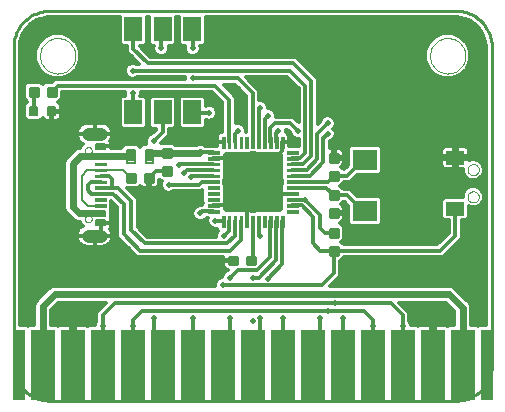
<source format=gtl>
G75*
G70*
%OFA0B0*%
%FSLAX24Y24*%
%IPPOS*%
%LPD*%
%AMOC8*
5,1,8,0,0,1.08239X$1,22.5*
%
%ADD10C,0.0088*%
%ADD11R,0.0800X0.0700*%
%ADD12C,0.0200*%
%ADD13C,0.0030*%
%ADD14C,0.0100*%
%ADD15R,0.0787X0.2362*%
%ADD16R,0.0394X0.2362*%
%ADD17C,0.0000*%
%ADD18R,0.0600X0.0450*%
%ADD19R,0.0400X0.0700*%
%ADD20C,0.0075*%
%ADD21C,0.0071*%
%ADD22C,0.0035*%
%ADD23C,0.0394*%
%ADD24C,0.0433*%
%ADD25C,0.0236*%
%ADD26C,0.0081*%
%ADD27R,0.0591X0.0787*%
%ADD28C,0.0200*%
%ADD29C,0.0120*%
%ADD30C,0.0240*%
%ADD31C,0.0080*%
D10*
X008349Y007716D02*
X008611Y007716D01*
X008611Y007454D01*
X008349Y007454D01*
X008349Y007716D01*
X008349Y007541D02*
X008611Y007541D01*
X008611Y007628D02*
X008349Y007628D01*
X008349Y007715D02*
X008611Y007715D01*
X008949Y007716D02*
X009211Y007716D01*
X009211Y007454D01*
X008949Y007454D01*
X008949Y007716D01*
X008949Y007541D02*
X009211Y007541D01*
X009211Y007628D02*
X008949Y007628D01*
X008949Y007715D02*
X009211Y007715D01*
X009811Y007679D02*
X009811Y007941D01*
X009811Y007679D02*
X009549Y007679D01*
X009549Y007941D01*
X009811Y007941D01*
X009811Y007766D02*
X009549Y007766D01*
X009549Y007853D02*
X009811Y007853D01*
X009811Y007940D02*
X009549Y007940D01*
X009811Y008279D02*
X009811Y008541D01*
X009811Y008279D02*
X009549Y008279D01*
X009549Y008541D01*
X009811Y008541D01*
X009811Y008366D02*
X009549Y008366D01*
X009549Y008453D02*
X009811Y008453D01*
X009811Y008540D02*
X009549Y008540D01*
X005961Y010329D02*
X005699Y010329D01*
X005699Y010591D01*
X005961Y010591D01*
X005961Y010329D01*
X005961Y010416D02*
X005699Y010416D01*
X005699Y010503D02*
X005961Y010503D01*
X005961Y010590D02*
X005699Y010590D01*
X005361Y010329D02*
X005099Y010329D01*
X005099Y010591D01*
X005361Y010591D01*
X005361Y010329D01*
X005361Y010416D02*
X005099Y010416D01*
X005099Y010503D02*
X005361Y010503D01*
X005361Y010590D02*
X005099Y010590D01*
X011749Y004704D02*
X012011Y004704D01*
X011749Y004704D02*
X011749Y004966D01*
X012011Y004966D01*
X012011Y004704D01*
X012011Y004791D02*
X011749Y004791D01*
X011749Y004878D02*
X012011Y004878D01*
X012011Y004965D02*
X011749Y004965D01*
X012349Y004704D02*
X012611Y004704D01*
X012349Y004704D02*
X012349Y004966D01*
X012611Y004966D01*
X012611Y004704D01*
X012611Y004791D02*
X012349Y004791D01*
X012349Y004878D02*
X012611Y004878D01*
X012611Y004965D02*
X012349Y004965D01*
X015099Y005029D02*
X015099Y005291D01*
X015361Y005291D01*
X015361Y005029D01*
X015099Y005029D01*
X015099Y005116D02*
X015361Y005116D01*
X015361Y005203D02*
X015099Y005203D01*
X015099Y005290D02*
X015361Y005290D01*
X015099Y005629D02*
X015099Y005891D01*
X015361Y005891D01*
X015361Y005629D01*
X015099Y005629D01*
X015099Y005716D02*
X015361Y005716D01*
X015361Y005803D02*
X015099Y005803D01*
X015099Y005890D02*
X015361Y005890D01*
X015361Y006279D02*
X015361Y006541D01*
X015361Y006279D02*
X015099Y006279D01*
X015099Y006541D01*
X015361Y006541D01*
X015361Y006366D02*
X015099Y006366D01*
X015099Y006453D02*
X015361Y006453D01*
X015361Y006540D02*
X015099Y006540D01*
X015361Y006879D02*
X015361Y007141D01*
X015361Y006879D02*
X015099Y006879D01*
X015099Y007141D01*
X015361Y007141D01*
X015361Y006966D02*
X015099Y006966D01*
X015099Y007053D02*
X015361Y007053D01*
X015361Y007140D02*
X015099Y007140D01*
X015099Y007529D02*
X015099Y007791D01*
X015361Y007791D01*
X015361Y007529D01*
X015099Y007529D01*
X015099Y007616D02*
X015361Y007616D01*
X015361Y007703D02*
X015099Y007703D01*
X015099Y007790D02*
X015361Y007790D01*
X015099Y008129D02*
X015099Y008391D01*
X015361Y008391D01*
X015361Y008129D01*
X015099Y008129D01*
X015099Y008216D02*
X015361Y008216D01*
X015361Y008303D02*
X015099Y008303D01*
X015099Y008390D02*
X015361Y008390D01*
D11*
X016280Y008185D03*
X016280Y006485D03*
D12*
X013430Y006560D02*
X013430Y008360D01*
X013430Y006560D02*
X011630Y006560D01*
X011630Y008360D01*
X013430Y008360D01*
X013430Y006759D02*
X011630Y006759D01*
X011630Y006958D02*
X013430Y006958D01*
X013430Y007157D02*
X011630Y007157D01*
X011630Y007356D02*
X013430Y007356D01*
X013430Y007555D02*
X011630Y007555D01*
X011630Y007754D02*
X013430Y007754D01*
X013430Y007953D02*
X011630Y007953D01*
X011630Y008152D02*
X013430Y008152D01*
X013430Y008351D02*
X011630Y008351D01*
D13*
X011393Y008488D02*
X011029Y008488D01*
X011393Y008488D02*
X011393Y008400D01*
X011029Y008400D01*
X011029Y008488D01*
X011029Y008429D02*
X011393Y008429D01*
X011393Y008458D02*
X011029Y008458D01*
X011029Y008487D02*
X011393Y008487D01*
X011393Y008291D02*
X011029Y008291D01*
X011393Y008291D02*
X011393Y008203D01*
X011029Y008203D01*
X011029Y008291D01*
X011029Y008232D02*
X011393Y008232D01*
X011393Y008261D02*
X011029Y008261D01*
X011029Y008290D02*
X011393Y008290D01*
X011393Y008095D02*
X011029Y008095D01*
X011393Y008095D02*
X011393Y008007D01*
X011029Y008007D01*
X011029Y008095D01*
X011029Y008036D02*
X011393Y008036D01*
X011393Y008065D02*
X011029Y008065D01*
X011029Y008094D02*
X011393Y008094D01*
X011393Y007898D02*
X011029Y007898D01*
X011393Y007898D02*
X011393Y007810D01*
X011029Y007810D01*
X011029Y007898D01*
X011029Y007839D02*
X011393Y007839D01*
X011393Y007868D02*
X011029Y007868D01*
X011029Y007897D02*
X011393Y007897D01*
X011393Y007701D02*
X011029Y007701D01*
X011393Y007701D02*
X011393Y007613D01*
X011029Y007613D01*
X011029Y007701D01*
X011029Y007642D02*
X011393Y007642D01*
X011393Y007671D02*
X011029Y007671D01*
X011029Y007700D02*
X011393Y007700D01*
X011393Y007504D02*
X011029Y007504D01*
X011393Y007504D02*
X011393Y007416D01*
X011029Y007416D01*
X011029Y007504D01*
X011029Y007445D02*
X011393Y007445D01*
X011393Y007474D02*
X011029Y007474D01*
X011029Y007503D02*
X011393Y007503D01*
X011393Y007307D02*
X011029Y007307D01*
X011393Y007307D02*
X011393Y007219D01*
X011029Y007219D01*
X011029Y007307D01*
X011029Y007248D02*
X011393Y007248D01*
X011393Y007277D02*
X011029Y007277D01*
X011029Y007306D02*
X011393Y007306D01*
X011393Y007110D02*
X011029Y007110D01*
X011393Y007110D02*
X011393Y007022D01*
X011029Y007022D01*
X011029Y007110D01*
X011029Y007051D02*
X011393Y007051D01*
X011393Y007080D02*
X011029Y007080D01*
X011029Y007109D02*
X011393Y007109D01*
X011393Y006913D02*
X011029Y006913D01*
X011393Y006913D02*
X011393Y006825D01*
X011029Y006825D01*
X011029Y006913D01*
X011029Y006854D02*
X011393Y006854D01*
X011393Y006883D02*
X011029Y006883D01*
X011029Y006912D02*
X011393Y006912D01*
X011393Y006717D02*
X011029Y006717D01*
X011393Y006717D02*
X011393Y006629D01*
X011029Y006629D01*
X011029Y006717D01*
X011029Y006658D02*
X011393Y006658D01*
X011393Y006687D02*
X011029Y006687D01*
X011029Y006716D02*
X011393Y006716D01*
X011393Y006520D02*
X011029Y006520D01*
X011393Y006520D02*
X011393Y006432D01*
X011029Y006432D01*
X011029Y006520D01*
X011029Y006461D02*
X011393Y006461D01*
X011393Y006490D02*
X011029Y006490D01*
X011029Y006519D02*
X011393Y006519D01*
X011502Y006323D02*
X011502Y005959D01*
X011502Y006323D02*
X011590Y006323D01*
X011590Y005959D01*
X011502Y005959D01*
X011502Y005988D02*
X011590Y005988D01*
X011590Y006017D02*
X011502Y006017D01*
X011502Y006046D02*
X011590Y006046D01*
X011590Y006075D02*
X011502Y006075D01*
X011502Y006104D02*
X011590Y006104D01*
X011590Y006133D02*
X011502Y006133D01*
X011502Y006162D02*
X011590Y006162D01*
X011590Y006191D02*
X011502Y006191D01*
X011502Y006220D02*
X011590Y006220D01*
X011590Y006249D02*
X011502Y006249D01*
X011502Y006278D02*
X011590Y006278D01*
X011590Y006307D02*
X011502Y006307D01*
X011699Y006323D02*
X011699Y005959D01*
X011699Y006323D02*
X011787Y006323D01*
X011787Y005959D01*
X011699Y005959D01*
X011699Y005988D02*
X011787Y005988D01*
X011787Y006017D02*
X011699Y006017D01*
X011699Y006046D02*
X011787Y006046D01*
X011787Y006075D02*
X011699Y006075D01*
X011699Y006104D02*
X011787Y006104D01*
X011787Y006133D02*
X011699Y006133D01*
X011699Y006162D02*
X011787Y006162D01*
X011787Y006191D02*
X011699Y006191D01*
X011699Y006220D02*
X011787Y006220D01*
X011787Y006249D02*
X011699Y006249D01*
X011699Y006278D02*
X011787Y006278D01*
X011787Y006307D02*
X011699Y006307D01*
X011895Y006323D02*
X011895Y005959D01*
X011895Y006323D02*
X011983Y006323D01*
X011983Y005959D01*
X011895Y005959D01*
X011895Y005988D02*
X011983Y005988D01*
X011983Y006017D02*
X011895Y006017D01*
X011895Y006046D02*
X011983Y006046D01*
X011983Y006075D02*
X011895Y006075D01*
X011895Y006104D02*
X011983Y006104D01*
X011983Y006133D02*
X011895Y006133D01*
X011895Y006162D02*
X011983Y006162D01*
X011983Y006191D02*
X011895Y006191D01*
X011895Y006220D02*
X011983Y006220D01*
X011983Y006249D02*
X011895Y006249D01*
X011895Y006278D02*
X011983Y006278D01*
X011983Y006307D02*
X011895Y006307D01*
X012092Y006323D02*
X012092Y005959D01*
X012092Y006323D02*
X012180Y006323D01*
X012180Y005959D01*
X012092Y005959D01*
X012092Y005988D02*
X012180Y005988D01*
X012180Y006017D02*
X012092Y006017D01*
X012092Y006046D02*
X012180Y006046D01*
X012180Y006075D02*
X012092Y006075D01*
X012092Y006104D02*
X012180Y006104D01*
X012180Y006133D02*
X012092Y006133D01*
X012092Y006162D02*
X012180Y006162D01*
X012180Y006191D02*
X012092Y006191D01*
X012092Y006220D02*
X012180Y006220D01*
X012180Y006249D02*
X012092Y006249D01*
X012092Y006278D02*
X012180Y006278D01*
X012180Y006307D02*
X012092Y006307D01*
X012289Y006323D02*
X012289Y005959D01*
X012289Y006323D02*
X012377Y006323D01*
X012377Y005959D01*
X012289Y005959D01*
X012289Y005988D02*
X012377Y005988D01*
X012377Y006017D02*
X012289Y006017D01*
X012289Y006046D02*
X012377Y006046D01*
X012377Y006075D02*
X012289Y006075D01*
X012289Y006104D02*
X012377Y006104D01*
X012377Y006133D02*
X012289Y006133D01*
X012289Y006162D02*
X012377Y006162D01*
X012377Y006191D02*
X012289Y006191D01*
X012289Y006220D02*
X012377Y006220D01*
X012377Y006249D02*
X012289Y006249D01*
X012289Y006278D02*
X012377Y006278D01*
X012377Y006307D02*
X012289Y006307D01*
X012486Y006323D02*
X012486Y005959D01*
X012486Y006323D02*
X012574Y006323D01*
X012574Y005959D01*
X012486Y005959D01*
X012486Y005988D02*
X012574Y005988D01*
X012574Y006017D02*
X012486Y006017D01*
X012486Y006046D02*
X012574Y006046D01*
X012574Y006075D02*
X012486Y006075D01*
X012486Y006104D02*
X012574Y006104D01*
X012574Y006133D02*
X012486Y006133D01*
X012486Y006162D02*
X012574Y006162D01*
X012574Y006191D02*
X012486Y006191D01*
X012486Y006220D02*
X012574Y006220D01*
X012574Y006249D02*
X012486Y006249D01*
X012486Y006278D02*
X012574Y006278D01*
X012574Y006307D02*
X012486Y006307D01*
X012683Y006323D02*
X012683Y005959D01*
X012683Y006323D02*
X012771Y006323D01*
X012771Y005959D01*
X012683Y005959D01*
X012683Y005988D02*
X012771Y005988D01*
X012771Y006017D02*
X012683Y006017D01*
X012683Y006046D02*
X012771Y006046D01*
X012771Y006075D02*
X012683Y006075D01*
X012683Y006104D02*
X012771Y006104D01*
X012771Y006133D02*
X012683Y006133D01*
X012683Y006162D02*
X012771Y006162D01*
X012771Y006191D02*
X012683Y006191D01*
X012683Y006220D02*
X012771Y006220D01*
X012771Y006249D02*
X012683Y006249D01*
X012683Y006278D02*
X012771Y006278D01*
X012771Y006307D02*
X012683Y006307D01*
X012880Y006323D02*
X012880Y005959D01*
X012880Y006323D02*
X012968Y006323D01*
X012968Y005959D01*
X012880Y005959D01*
X012880Y005988D02*
X012968Y005988D01*
X012968Y006017D02*
X012880Y006017D01*
X012880Y006046D02*
X012968Y006046D01*
X012968Y006075D02*
X012880Y006075D01*
X012880Y006104D02*
X012968Y006104D01*
X012968Y006133D02*
X012880Y006133D01*
X012880Y006162D02*
X012968Y006162D01*
X012968Y006191D02*
X012880Y006191D01*
X012880Y006220D02*
X012968Y006220D01*
X012968Y006249D02*
X012880Y006249D01*
X012880Y006278D02*
X012968Y006278D01*
X012968Y006307D02*
X012880Y006307D01*
X013077Y006323D02*
X013077Y005959D01*
X013077Y006323D02*
X013165Y006323D01*
X013165Y005959D01*
X013077Y005959D01*
X013077Y005988D02*
X013165Y005988D01*
X013165Y006017D02*
X013077Y006017D01*
X013077Y006046D02*
X013165Y006046D01*
X013165Y006075D02*
X013077Y006075D01*
X013077Y006104D02*
X013165Y006104D01*
X013165Y006133D02*
X013077Y006133D01*
X013077Y006162D02*
X013165Y006162D01*
X013165Y006191D02*
X013077Y006191D01*
X013077Y006220D02*
X013165Y006220D01*
X013165Y006249D02*
X013077Y006249D01*
X013077Y006278D02*
X013165Y006278D01*
X013165Y006307D02*
X013077Y006307D01*
X013273Y006323D02*
X013273Y005959D01*
X013273Y006323D02*
X013361Y006323D01*
X013361Y005959D01*
X013273Y005959D01*
X013273Y005988D02*
X013361Y005988D01*
X013361Y006017D02*
X013273Y006017D01*
X013273Y006046D02*
X013361Y006046D01*
X013361Y006075D02*
X013273Y006075D01*
X013273Y006104D02*
X013361Y006104D01*
X013361Y006133D02*
X013273Y006133D01*
X013273Y006162D02*
X013361Y006162D01*
X013361Y006191D02*
X013273Y006191D01*
X013273Y006220D02*
X013361Y006220D01*
X013361Y006249D02*
X013273Y006249D01*
X013273Y006278D02*
X013361Y006278D01*
X013361Y006307D02*
X013273Y006307D01*
X013470Y006323D02*
X013470Y005959D01*
X013470Y006323D02*
X013558Y006323D01*
X013558Y005959D01*
X013470Y005959D01*
X013470Y005988D02*
X013558Y005988D01*
X013558Y006017D02*
X013470Y006017D01*
X013470Y006046D02*
X013558Y006046D01*
X013558Y006075D02*
X013470Y006075D01*
X013470Y006104D02*
X013558Y006104D01*
X013558Y006133D02*
X013470Y006133D01*
X013470Y006162D02*
X013558Y006162D01*
X013558Y006191D02*
X013470Y006191D01*
X013470Y006220D02*
X013558Y006220D01*
X013558Y006249D02*
X013470Y006249D01*
X013470Y006278D02*
X013558Y006278D01*
X013558Y006307D02*
X013470Y006307D01*
X013667Y006432D02*
X014031Y006432D01*
X013667Y006432D02*
X013667Y006520D01*
X014031Y006520D01*
X014031Y006432D01*
X014031Y006461D02*
X013667Y006461D01*
X013667Y006490D02*
X014031Y006490D01*
X014031Y006519D02*
X013667Y006519D01*
X013667Y006629D02*
X014031Y006629D01*
X013667Y006629D02*
X013667Y006717D01*
X014031Y006717D01*
X014031Y006629D01*
X014031Y006658D02*
X013667Y006658D01*
X013667Y006687D02*
X014031Y006687D01*
X014031Y006716D02*
X013667Y006716D01*
X013667Y006825D02*
X014031Y006825D01*
X013667Y006825D02*
X013667Y006913D01*
X014031Y006913D01*
X014031Y006825D01*
X014031Y006854D02*
X013667Y006854D01*
X013667Y006883D02*
X014031Y006883D01*
X014031Y006912D02*
X013667Y006912D01*
X013667Y007022D02*
X014031Y007022D01*
X013667Y007022D02*
X013667Y007110D01*
X014031Y007110D01*
X014031Y007022D01*
X014031Y007051D02*
X013667Y007051D01*
X013667Y007080D02*
X014031Y007080D01*
X014031Y007109D02*
X013667Y007109D01*
X013667Y007219D02*
X014031Y007219D01*
X013667Y007219D02*
X013667Y007307D01*
X014031Y007307D01*
X014031Y007219D01*
X014031Y007248D02*
X013667Y007248D01*
X013667Y007277D02*
X014031Y007277D01*
X014031Y007306D02*
X013667Y007306D01*
X013667Y007416D02*
X014031Y007416D01*
X013667Y007416D02*
X013667Y007504D01*
X014031Y007504D01*
X014031Y007416D01*
X014031Y007445D02*
X013667Y007445D01*
X013667Y007474D02*
X014031Y007474D01*
X014031Y007503D02*
X013667Y007503D01*
X013667Y007613D02*
X014031Y007613D01*
X013667Y007613D02*
X013667Y007701D01*
X014031Y007701D01*
X014031Y007613D01*
X014031Y007642D02*
X013667Y007642D01*
X013667Y007671D02*
X014031Y007671D01*
X014031Y007700D02*
X013667Y007700D01*
X013667Y007810D02*
X014031Y007810D01*
X013667Y007810D02*
X013667Y007898D01*
X014031Y007898D01*
X014031Y007810D01*
X014031Y007839D02*
X013667Y007839D01*
X013667Y007868D02*
X014031Y007868D01*
X014031Y007897D02*
X013667Y007897D01*
X013667Y008007D02*
X014031Y008007D01*
X013667Y008007D02*
X013667Y008095D01*
X014031Y008095D01*
X014031Y008007D01*
X014031Y008036D02*
X013667Y008036D01*
X013667Y008065D02*
X014031Y008065D01*
X014031Y008094D02*
X013667Y008094D01*
X013667Y008203D02*
X014031Y008203D01*
X013667Y008203D02*
X013667Y008291D01*
X014031Y008291D01*
X014031Y008203D01*
X014031Y008232D02*
X013667Y008232D01*
X013667Y008261D02*
X014031Y008261D01*
X014031Y008290D02*
X013667Y008290D01*
X013667Y008400D02*
X014031Y008400D01*
X013667Y008400D02*
X013667Y008488D01*
X014031Y008488D01*
X014031Y008400D01*
X014031Y008429D02*
X013667Y008429D01*
X013667Y008458D02*
X014031Y008458D01*
X014031Y008487D02*
X013667Y008487D01*
X013558Y008597D02*
X013558Y008961D01*
X013558Y008597D02*
X013470Y008597D01*
X013470Y008961D01*
X013558Y008961D01*
X013558Y008626D02*
X013470Y008626D01*
X013470Y008655D02*
X013558Y008655D01*
X013558Y008684D02*
X013470Y008684D01*
X013470Y008713D02*
X013558Y008713D01*
X013558Y008742D02*
X013470Y008742D01*
X013470Y008771D02*
X013558Y008771D01*
X013558Y008800D02*
X013470Y008800D01*
X013470Y008829D02*
X013558Y008829D01*
X013558Y008858D02*
X013470Y008858D01*
X013470Y008887D02*
X013558Y008887D01*
X013558Y008916D02*
X013470Y008916D01*
X013470Y008945D02*
X013558Y008945D01*
X013361Y008961D02*
X013361Y008597D01*
X013273Y008597D01*
X013273Y008961D01*
X013361Y008961D01*
X013361Y008626D02*
X013273Y008626D01*
X013273Y008655D02*
X013361Y008655D01*
X013361Y008684D02*
X013273Y008684D01*
X013273Y008713D02*
X013361Y008713D01*
X013361Y008742D02*
X013273Y008742D01*
X013273Y008771D02*
X013361Y008771D01*
X013361Y008800D02*
X013273Y008800D01*
X013273Y008829D02*
X013361Y008829D01*
X013361Y008858D02*
X013273Y008858D01*
X013273Y008887D02*
X013361Y008887D01*
X013361Y008916D02*
X013273Y008916D01*
X013273Y008945D02*
X013361Y008945D01*
X013165Y008961D02*
X013165Y008597D01*
X013077Y008597D01*
X013077Y008961D01*
X013165Y008961D01*
X013165Y008626D02*
X013077Y008626D01*
X013077Y008655D02*
X013165Y008655D01*
X013165Y008684D02*
X013077Y008684D01*
X013077Y008713D02*
X013165Y008713D01*
X013165Y008742D02*
X013077Y008742D01*
X013077Y008771D02*
X013165Y008771D01*
X013165Y008800D02*
X013077Y008800D01*
X013077Y008829D02*
X013165Y008829D01*
X013165Y008858D02*
X013077Y008858D01*
X013077Y008887D02*
X013165Y008887D01*
X013165Y008916D02*
X013077Y008916D01*
X013077Y008945D02*
X013165Y008945D01*
X012968Y008961D02*
X012968Y008597D01*
X012880Y008597D01*
X012880Y008961D01*
X012968Y008961D01*
X012968Y008626D02*
X012880Y008626D01*
X012880Y008655D02*
X012968Y008655D01*
X012968Y008684D02*
X012880Y008684D01*
X012880Y008713D02*
X012968Y008713D01*
X012968Y008742D02*
X012880Y008742D01*
X012880Y008771D02*
X012968Y008771D01*
X012968Y008800D02*
X012880Y008800D01*
X012880Y008829D02*
X012968Y008829D01*
X012968Y008858D02*
X012880Y008858D01*
X012880Y008887D02*
X012968Y008887D01*
X012968Y008916D02*
X012880Y008916D01*
X012880Y008945D02*
X012968Y008945D01*
X012771Y008961D02*
X012771Y008597D01*
X012683Y008597D01*
X012683Y008961D01*
X012771Y008961D01*
X012771Y008626D02*
X012683Y008626D01*
X012683Y008655D02*
X012771Y008655D01*
X012771Y008684D02*
X012683Y008684D01*
X012683Y008713D02*
X012771Y008713D01*
X012771Y008742D02*
X012683Y008742D01*
X012683Y008771D02*
X012771Y008771D01*
X012771Y008800D02*
X012683Y008800D01*
X012683Y008829D02*
X012771Y008829D01*
X012771Y008858D02*
X012683Y008858D01*
X012683Y008887D02*
X012771Y008887D01*
X012771Y008916D02*
X012683Y008916D01*
X012683Y008945D02*
X012771Y008945D01*
X012574Y008961D02*
X012574Y008597D01*
X012486Y008597D01*
X012486Y008961D01*
X012574Y008961D01*
X012574Y008626D02*
X012486Y008626D01*
X012486Y008655D02*
X012574Y008655D01*
X012574Y008684D02*
X012486Y008684D01*
X012486Y008713D02*
X012574Y008713D01*
X012574Y008742D02*
X012486Y008742D01*
X012486Y008771D02*
X012574Y008771D01*
X012574Y008800D02*
X012486Y008800D01*
X012486Y008829D02*
X012574Y008829D01*
X012574Y008858D02*
X012486Y008858D01*
X012486Y008887D02*
X012574Y008887D01*
X012574Y008916D02*
X012486Y008916D01*
X012486Y008945D02*
X012574Y008945D01*
X012377Y008961D02*
X012377Y008597D01*
X012289Y008597D01*
X012289Y008961D01*
X012377Y008961D01*
X012377Y008626D02*
X012289Y008626D01*
X012289Y008655D02*
X012377Y008655D01*
X012377Y008684D02*
X012289Y008684D01*
X012289Y008713D02*
X012377Y008713D01*
X012377Y008742D02*
X012289Y008742D01*
X012289Y008771D02*
X012377Y008771D01*
X012377Y008800D02*
X012289Y008800D01*
X012289Y008829D02*
X012377Y008829D01*
X012377Y008858D02*
X012289Y008858D01*
X012289Y008887D02*
X012377Y008887D01*
X012377Y008916D02*
X012289Y008916D01*
X012289Y008945D02*
X012377Y008945D01*
X012180Y008961D02*
X012180Y008597D01*
X012092Y008597D01*
X012092Y008961D01*
X012180Y008961D01*
X012180Y008626D02*
X012092Y008626D01*
X012092Y008655D02*
X012180Y008655D01*
X012180Y008684D02*
X012092Y008684D01*
X012092Y008713D02*
X012180Y008713D01*
X012180Y008742D02*
X012092Y008742D01*
X012092Y008771D02*
X012180Y008771D01*
X012180Y008800D02*
X012092Y008800D01*
X012092Y008829D02*
X012180Y008829D01*
X012180Y008858D02*
X012092Y008858D01*
X012092Y008887D02*
X012180Y008887D01*
X012180Y008916D02*
X012092Y008916D01*
X012092Y008945D02*
X012180Y008945D01*
X011983Y008961D02*
X011983Y008597D01*
X011895Y008597D01*
X011895Y008961D01*
X011983Y008961D01*
X011983Y008626D02*
X011895Y008626D01*
X011895Y008655D02*
X011983Y008655D01*
X011983Y008684D02*
X011895Y008684D01*
X011895Y008713D02*
X011983Y008713D01*
X011983Y008742D02*
X011895Y008742D01*
X011895Y008771D02*
X011983Y008771D01*
X011983Y008800D02*
X011895Y008800D01*
X011895Y008829D02*
X011983Y008829D01*
X011983Y008858D02*
X011895Y008858D01*
X011895Y008887D02*
X011983Y008887D01*
X011983Y008916D02*
X011895Y008916D01*
X011895Y008945D02*
X011983Y008945D01*
X011787Y008961D02*
X011787Y008597D01*
X011699Y008597D01*
X011699Y008961D01*
X011787Y008961D01*
X011787Y008626D02*
X011699Y008626D01*
X011699Y008655D02*
X011787Y008655D01*
X011787Y008684D02*
X011699Y008684D01*
X011699Y008713D02*
X011787Y008713D01*
X011787Y008742D02*
X011699Y008742D01*
X011699Y008771D02*
X011787Y008771D01*
X011787Y008800D02*
X011699Y008800D01*
X011699Y008829D02*
X011787Y008829D01*
X011787Y008858D02*
X011699Y008858D01*
X011699Y008887D02*
X011787Y008887D01*
X011787Y008916D02*
X011699Y008916D01*
X011699Y008945D02*
X011787Y008945D01*
X011590Y008961D02*
X011590Y008597D01*
X011502Y008597D01*
X011502Y008961D01*
X011590Y008961D01*
X011590Y008626D02*
X011502Y008626D01*
X011502Y008655D02*
X011590Y008655D01*
X011590Y008684D02*
X011502Y008684D01*
X011502Y008713D02*
X011590Y008713D01*
X011590Y008742D02*
X011502Y008742D01*
X011502Y008771D02*
X011590Y008771D01*
X011590Y008800D02*
X011502Y008800D01*
X011502Y008829D02*
X011590Y008829D01*
X011590Y008858D02*
X011502Y008858D01*
X011502Y008887D02*
X011590Y008887D01*
X011590Y008916D02*
X011502Y008916D01*
X011502Y008945D02*
X011590Y008945D01*
D14*
X004558Y011956D02*
X004558Y001364D01*
X004560Y001297D01*
X004566Y001230D01*
X004575Y001163D01*
X004588Y001097D01*
X004605Y001032D01*
X004625Y000968D01*
X004649Y000905D01*
X004677Y000843D01*
X004708Y000784D01*
X004742Y000726D01*
X004779Y000670D01*
X004820Y000616D01*
X004863Y000564D01*
X004909Y000515D01*
X004958Y000469D01*
X005010Y000426D01*
X005064Y000385D01*
X005120Y000348D01*
X005178Y000314D01*
X005237Y000283D01*
X005299Y000255D01*
X005362Y000231D01*
X005426Y000211D01*
X005491Y000194D01*
X005557Y000181D01*
X005624Y000172D01*
X005691Y000166D01*
X005758Y000164D01*
X019302Y000164D01*
X019369Y000166D01*
X019436Y000172D01*
X019503Y000181D01*
X019569Y000194D01*
X019634Y000211D01*
X019698Y000231D01*
X019761Y000255D01*
X019823Y000283D01*
X019882Y000314D01*
X019940Y000348D01*
X019996Y000385D01*
X020050Y000426D01*
X020102Y000469D01*
X020151Y000515D01*
X020197Y000564D01*
X020240Y000616D01*
X020281Y000670D01*
X020318Y000726D01*
X020352Y000784D01*
X020383Y000843D01*
X020411Y000905D01*
X020435Y000968D01*
X020455Y001032D01*
X020472Y001097D01*
X020485Y001163D01*
X020494Y001230D01*
X020500Y001297D01*
X020502Y001364D01*
X020502Y011956D01*
X020500Y012023D01*
X020494Y012090D01*
X020485Y012157D01*
X020472Y012223D01*
X020455Y012288D01*
X020435Y012352D01*
X020411Y012415D01*
X020383Y012477D01*
X020352Y012536D01*
X020318Y012594D01*
X020281Y012650D01*
X020240Y012704D01*
X020197Y012756D01*
X020151Y012805D01*
X020102Y012851D01*
X020050Y012894D01*
X019996Y012935D01*
X019940Y012972D01*
X019882Y013006D01*
X019823Y013037D01*
X019761Y013065D01*
X019698Y013089D01*
X019634Y013109D01*
X019569Y013126D01*
X019503Y013139D01*
X019436Y013148D01*
X019369Y013154D01*
X019302Y013156D01*
X005758Y013156D01*
X005691Y013154D01*
X005624Y013148D01*
X005557Y013139D01*
X005491Y013126D01*
X005426Y013109D01*
X005362Y013089D01*
X005299Y013065D01*
X005237Y013037D01*
X005178Y013006D01*
X005120Y012972D01*
X005064Y012935D01*
X005010Y012894D01*
X004958Y012851D01*
X004909Y012805D01*
X004863Y012756D01*
X004820Y012704D01*
X004779Y012650D01*
X004742Y012594D01*
X004708Y012536D01*
X004677Y012477D01*
X004649Y012415D01*
X004625Y012352D01*
X004605Y012288D01*
X004588Y012223D01*
X004575Y012157D01*
X004566Y012090D01*
X004560Y012023D01*
X004558Y011956D01*
D15*
X005530Y001348D03*
X006530Y001348D03*
X007530Y001348D03*
X008530Y001348D03*
X009530Y001348D03*
X010530Y001348D03*
X011530Y001348D03*
X012530Y001348D03*
X013530Y001348D03*
X014530Y001348D03*
X015530Y001348D03*
X016530Y001348D03*
X017530Y001348D03*
X018530Y001348D03*
X019530Y001348D03*
D16*
X020325Y001348D03*
X004735Y001348D03*
D17*
X006929Y006222D02*
X006931Y006243D01*
X006937Y006263D01*
X006946Y006283D01*
X006958Y006300D01*
X006973Y006314D01*
X006991Y006326D01*
X007011Y006334D01*
X007031Y006339D01*
X007052Y006340D01*
X007073Y006337D01*
X007093Y006331D01*
X007112Y006320D01*
X007129Y006307D01*
X007142Y006291D01*
X007153Y006273D01*
X007161Y006253D01*
X007165Y006233D01*
X007165Y006211D01*
X007161Y006191D01*
X007153Y006171D01*
X007142Y006153D01*
X007129Y006137D01*
X007112Y006124D01*
X007093Y006113D01*
X007073Y006107D01*
X007052Y006104D01*
X007031Y006105D01*
X007011Y006110D01*
X006991Y006118D01*
X006973Y006130D01*
X006958Y006144D01*
X006946Y006161D01*
X006937Y006181D01*
X006931Y006201D01*
X006929Y006222D01*
X006929Y008498D02*
X006931Y008519D01*
X006937Y008539D01*
X006946Y008559D01*
X006958Y008576D01*
X006973Y008590D01*
X006991Y008602D01*
X007011Y008610D01*
X007031Y008615D01*
X007052Y008616D01*
X007073Y008613D01*
X007093Y008607D01*
X007112Y008596D01*
X007129Y008583D01*
X007142Y008567D01*
X007153Y008549D01*
X007161Y008529D01*
X007165Y008509D01*
X007165Y008487D01*
X007161Y008467D01*
X007153Y008447D01*
X007142Y008429D01*
X007129Y008413D01*
X007112Y008400D01*
X007093Y008389D01*
X007073Y008383D01*
X007052Y008380D01*
X007031Y008381D01*
X007011Y008386D01*
X006991Y008394D01*
X006973Y008406D01*
X006958Y008420D01*
X006946Y008437D01*
X006937Y008457D01*
X006931Y008477D01*
X006929Y008498D01*
X005439Y011660D02*
X005441Y011708D01*
X005447Y011756D01*
X005457Y011803D01*
X005470Y011849D01*
X005488Y011894D01*
X005508Y011938D01*
X005533Y011980D01*
X005561Y012019D01*
X005591Y012056D01*
X005625Y012090D01*
X005662Y012122D01*
X005700Y012151D01*
X005741Y012176D01*
X005784Y012198D01*
X005829Y012216D01*
X005875Y012230D01*
X005922Y012241D01*
X005970Y012248D01*
X006018Y012251D01*
X006066Y012250D01*
X006114Y012245D01*
X006162Y012236D01*
X006208Y012224D01*
X006253Y012207D01*
X006297Y012187D01*
X006339Y012164D01*
X006379Y012137D01*
X006417Y012107D01*
X006452Y012074D01*
X006484Y012038D01*
X006514Y012000D01*
X006540Y011959D01*
X006562Y011916D01*
X006582Y011872D01*
X006597Y011827D01*
X006609Y011780D01*
X006617Y011732D01*
X006621Y011684D01*
X006621Y011636D01*
X006617Y011588D01*
X006609Y011540D01*
X006597Y011493D01*
X006582Y011448D01*
X006562Y011404D01*
X006540Y011361D01*
X006514Y011320D01*
X006484Y011282D01*
X006452Y011246D01*
X006417Y011213D01*
X006379Y011183D01*
X006339Y011156D01*
X006297Y011133D01*
X006253Y011113D01*
X006208Y011096D01*
X006162Y011084D01*
X006114Y011075D01*
X006066Y011070D01*
X006018Y011069D01*
X005970Y011072D01*
X005922Y011079D01*
X005875Y011090D01*
X005829Y011104D01*
X005784Y011122D01*
X005741Y011144D01*
X005700Y011169D01*
X005662Y011198D01*
X005625Y011230D01*
X005591Y011264D01*
X005561Y011301D01*
X005533Y011340D01*
X005508Y011382D01*
X005488Y011426D01*
X005470Y011471D01*
X005457Y011517D01*
X005447Y011564D01*
X005441Y011612D01*
X005439Y011660D01*
X018439Y011660D02*
X018441Y011708D01*
X018447Y011756D01*
X018457Y011803D01*
X018470Y011849D01*
X018488Y011894D01*
X018508Y011938D01*
X018533Y011980D01*
X018561Y012019D01*
X018591Y012056D01*
X018625Y012090D01*
X018662Y012122D01*
X018700Y012151D01*
X018741Y012176D01*
X018784Y012198D01*
X018829Y012216D01*
X018875Y012230D01*
X018922Y012241D01*
X018970Y012248D01*
X019018Y012251D01*
X019066Y012250D01*
X019114Y012245D01*
X019162Y012236D01*
X019208Y012224D01*
X019253Y012207D01*
X019297Y012187D01*
X019339Y012164D01*
X019379Y012137D01*
X019417Y012107D01*
X019452Y012074D01*
X019484Y012038D01*
X019514Y012000D01*
X019540Y011959D01*
X019562Y011916D01*
X019582Y011872D01*
X019597Y011827D01*
X019609Y011780D01*
X019617Y011732D01*
X019621Y011684D01*
X019621Y011636D01*
X019617Y011588D01*
X019609Y011540D01*
X019597Y011493D01*
X019582Y011448D01*
X019562Y011404D01*
X019540Y011361D01*
X019514Y011320D01*
X019484Y011282D01*
X019452Y011246D01*
X019417Y011213D01*
X019379Y011183D01*
X019339Y011156D01*
X019297Y011133D01*
X019253Y011113D01*
X019208Y011096D01*
X019162Y011084D01*
X019114Y011075D01*
X019066Y011070D01*
X019018Y011069D01*
X018970Y011072D01*
X018922Y011079D01*
X018875Y011090D01*
X018829Y011104D01*
X018784Y011122D01*
X018741Y011144D01*
X018700Y011169D01*
X018662Y011198D01*
X018625Y011230D01*
X018591Y011264D01*
X018561Y011301D01*
X018533Y011340D01*
X018508Y011382D01*
X018488Y011426D01*
X018470Y011471D01*
X018457Y011517D01*
X018447Y011564D01*
X018441Y011612D01*
X018439Y011660D01*
X019693Y007863D02*
X019695Y007890D01*
X019701Y007916D01*
X019710Y007941D01*
X019723Y007964D01*
X019739Y007985D01*
X019758Y008004D01*
X019779Y008020D01*
X019802Y008033D01*
X019827Y008042D01*
X019853Y008048D01*
X019880Y008050D01*
X019907Y008048D01*
X019933Y008042D01*
X019958Y008033D01*
X019981Y008020D01*
X020002Y008004D01*
X020021Y007985D01*
X020037Y007964D01*
X020050Y007941D01*
X020059Y007916D01*
X020065Y007890D01*
X020067Y007863D01*
X020065Y007836D01*
X020059Y007810D01*
X020050Y007785D01*
X020037Y007762D01*
X020021Y007741D01*
X020002Y007722D01*
X019981Y007706D01*
X019958Y007693D01*
X019933Y007684D01*
X019907Y007678D01*
X019880Y007676D01*
X019853Y007678D01*
X019827Y007684D01*
X019802Y007693D01*
X019779Y007706D01*
X019758Y007722D01*
X019739Y007741D01*
X019723Y007762D01*
X019710Y007785D01*
X019701Y007810D01*
X019695Y007836D01*
X019693Y007863D01*
X019693Y006957D02*
X019695Y006984D01*
X019701Y007010D01*
X019710Y007035D01*
X019723Y007058D01*
X019739Y007079D01*
X019758Y007098D01*
X019779Y007114D01*
X019802Y007127D01*
X019827Y007136D01*
X019853Y007142D01*
X019880Y007144D01*
X019907Y007142D01*
X019933Y007136D01*
X019958Y007127D01*
X019981Y007114D01*
X020002Y007098D01*
X020021Y007079D01*
X020037Y007058D01*
X020050Y007035D01*
X020059Y007010D01*
X020065Y006984D01*
X020067Y006957D01*
X020065Y006930D01*
X020059Y006904D01*
X020050Y006879D01*
X020037Y006856D01*
X020021Y006835D01*
X020002Y006816D01*
X019981Y006800D01*
X019958Y006787D01*
X019933Y006778D01*
X019907Y006772D01*
X019880Y006770D01*
X019853Y006772D01*
X019827Y006778D01*
X019802Y006787D01*
X019779Y006800D01*
X019758Y006816D01*
X019739Y006835D01*
X019723Y006856D01*
X019710Y006879D01*
X019701Y006904D01*
X019695Y006930D01*
X019693Y006957D01*
D18*
X019280Y006560D03*
X019280Y008260D03*
D19*
X020080Y008810D03*
X020080Y006010D03*
D20*
X005943Y009672D02*
X005717Y009672D01*
X005717Y009948D01*
X005943Y009948D01*
X005943Y009672D01*
X005943Y009746D02*
X005717Y009746D01*
X005717Y009820D02*
X005943Y009820D01*
X005943Y009894D02*
X005717Y009894D01*
X005343Y009672D02*
X005117Y009672D01*
X005117Y009948D01*
X005343Y009948D01*
X005343Y009672D01*
X005343Y009746D02*
X005117Y009746D01*
X005117Y009820D02*
X005343Y009820D01*
X005343Y009894D02*
X005117Y009894D01*
D21*
X007298Y008557D02*
X007622Y008557D01*
X007298Y008557D02*
X007298Y008723D01*
X007622Y008723D01*
X007622Y008557D01*
X007622Y008627D02*
X007298Y008627D01*
X007298Y008697D02*
X007622Y008697D01*
X007622Y008222D02*
X007298Y008222D01*
X007298Y008388D01*
X007622Y008388D01*
X007622Y008222D01*
X007622Y008292D02*
X007298Y008292D01*
X007298Y008362D02*
X007622Y008362D01*
X007622Y006332D02*
X007298Y006332D01*
X007298Y006498D01*
X007622Y006498D01*
X007622Y006332D01*
X007622Y006402D02*
X007298Y006402D01*
X007298Y006472D02*
X007622Y006472D01*
X007622Y006017D02*
X007298Y006017D01*
X007298Y006183D01*
X007622Y006183D01*
X007622Y006017D01*
X007622Y006087D02*
X007298Y006087D01*
X007298Y006157D02*
X007622Y006157D01*
D22*
X007640Y006629D02*
X007280Y006629D01*
X007280Y006713D01*
X007640Y006713D01*
X007640Y006629D01*
X007640Y006663D02*
X007280Y006663D01*
X007280Y006697D02*
X007640Y006697D01*
X007640Y006826D02*
X007280Y006826D01*
X007280Y006910D01*
X007640Y006910D01*
X007640Y006826D01*
X007640Y006860D02*
X007280Y006860D01*
X007280Y006894D02*
X007640Y006894D01*
X007640Y007023D02*
X007280Y007023D01*
X007280Y007107D01*
X007640Y007107D01*
X007640Y007023D01*
X007640Y007057D02*
X007280Y007057D01*
X007280Y007091D02*
X007640Y007091D01*
X007640Y007220D02*
X007280Y007220D01*
X007280Y007304D01*
X007640Y007304D01*
X007640Y007220D01*
X007640Y007254D02*
X007280Y007254D01*
X007280Y007288D02*
X007640Y007288D01*
X007640Y007416D02*
X007280Y007416D01*
X007280Y007500D01*
X007640Y007500D01*
X007640Y007416D01*
X007640Y007450D02*
X007280Y007450D01*
X007280Y007484D02*
X007640Y007484D01*
X007640Y007613D02*
X007280Y007613D01*
X007280Y007697D01*
X007640Y007697D01*
X007640Y007613D01*
X007640Y007647D02*
X007280Y007647D01*
X007280Y007681D02*
X007640Y007681D01*
X007640Y007810D02*
X007280Y007810D01*
X007280Y007894D01*
X007640Y007894D01*
X007640Y007810D01*
X007640Y007844D02*
X007280Y007844D01*
X007280Y007878D02*
X007640Y007878D01*
X007640Y008007D02*
X007280Y008007D01*
X007280Y008091D01*
X007640Y008091D01*
X007640Y008007D01*
X007640Y008041D02*
X007280Y008041D01*
X007280Y008075D02*
X007640Y008075D01*
D23*
X005807Y009053D02*
X005413Y009053D01*
X005413Y005667D02*
X005807Y005667D01*
D24*
X007047Y005667D02*
X007480Y005667D01*
X007480Y009053D02*
X007047Y009053D01*
D25*
X005983Y007676D02*
X005433Y007676D01*
X005433Y008226D01*
X005983Y008226D01*
X005983Y007676D01*
X005983Y007911D02*
X005433Y007911D01*
X005433Y008146D02*
X005983Y008146D01*
X005983Y006494D02*
X005433Y006494D01*
X005433Y007044D01*
X005983Y007044D01*
X005983Y006494D01*
X005983Y006729D02*
X005433Y006729D01*
X005433Y006964D02*
X005983Y006964D01*
D26*
X008348Y008520D02*
X008590Y008520D01*
X008590Y008100D01*
X008348Y008100D01*
X008348Y008520D01*
X008348Y008180D02*
X008590Y008180D01*
X008590Y008260D02*
X008348Y008260D01*
X008348Y008340D02*
X008590Y008340D01*
X008590Y008420D02*
X008348Y008420D01*
X008348Y008500D02*
X008590Y008500D01*
X008970Y008520D02*
X009212Y008520D01*
X009212Y008100D01*
X008970Y008100D01*
X008970Y008520D01*
X008970Y008180D02*
X009212Y008180D01*
X009212Y008260D02*
X008970Y008260D01*
X008970Y008340D02*
X009212Y008340D01*
X009212Y008420D02*
X008970Y008420D01*
X008970Y008500D02*
X009212Y008500D01*
D27*
X009530Y009782D03*
X008546Y009782D03*
X010514Y009782D03*
X010514Y012538D03*
X009530Y012538D03*
X008546Y012538D03*
D28*
X009480Y011910D03*
X010530Y011910D03*
X010530Y010910D03*
X011230Y010160D03*
X011080Y009760D03*
X012030Y009160D03*
X012080Y009960D03*
X012780Y009910D03*
X013030Y009660D03*
X013530Y010260D03*
X013380Y009160D03*
X014030Y009160D03*
X015030Y009060D03*
X015030Y009410D03*
X016280Y008910D03*
X017030Y008910D03*
X017030Y007660D03*
X017830Y007060D03*
X017030Y006410D03*
X016280Y005660D03*
X016280Y004410D03*
X015280Y003410D03*
X015030Y003160D03*
X014780Y002910D03*
X015530Y002910D03*
X016530Y002660D03*
X017530Y002660D03*
X018030Y003160D03*
X018780Y003160D03*
X019530Y002660D03*
X020030Y003160D03*
X018530Y004410D03*
X018530Y005660D03*
X019780Y005660D03*
X019280Y009160D03*
X017730Y009960D03*
X015880Y011860D03*
X013280Y008160D03*
X012530Y007460D03*
X011780Y006910D03*
X011280Y006160D03*
X010780Y006410D03*
X011580Y005660D03*
X012780Y005660D03*
X013280Y006910D03*
X014280Y006869D03*
X011780Y008160D03*
X010780Y008444D03*
X010380Y008810D03*
X010080Y008010D03*
X010230Y007760D03*
X010480Y007610D03*
X009730Y007360D03*
X008880Y007110D03*
X008880Y006410D03*
X008030Y005160D03*
X008530Y004410D03*
X007030Y003160D03*
X007530Y002660D03*
X008530Y002660D03*
X009230Y002910D03*
X010530Y002910D03*
X011780Y002910D03*
X012530Y002810D03*
X012780Y002910D03*
X013530Y002910D03*
X013830Y003710D03*
X013030Y004235D03*
X012530Y004260D03*
X011780Y004260D03*
X011530Y004010D03*
X011030Y004660D03*
X010530Y004660D03*
X005980Y004960D03*
X005230Y004610D03*
X005030Y003160D03*
X005530Y002660D03*
X006030Y003160D03*
X009230Y008810D03*
X008530Y009160D03*
X008530Y010410D03*
X008530Y011160D03*
X007430Y011360D03*
X006280Y009810D03*
D29*
X006140Y009825D02*
X006140Y009974D01*
X006127Y010024D01*
X006101Y010069D01*
X006064Y010106D01*
X006030Y010125D01*
X006046Y010125D01*
X006165Y010244D01*
X006165Y010440D01*
X008270Y010440D01*
X008270Y010358D01*
X008279Y010336D01*
X008184Y010336D01*
X008090Y010242D01*
X008090Y009322D01*
X008184Y009228D01*
X008907Y009228D01*
X009001Y009322D01*
X009001Y010242D01*
X008907Y010336D01*
X008781Y010336D01*
X008790Y010358D01*
X008790Y010440D01*
X011189Y010440D01*
X011523Y010106D01*
X011523Y009136D01*
X011478Y009136D01*
X011434Y009124D01*
X011394Y009101D01*
X011362Y009068D01*
X011339Y009028D01*
X011327Y008984D01*
X011327Y008779D01*
X011523Y008779D01*
X011523Y008779D01*
X011327Y008779D01*
X011327Y008663D01*
X011303Y008663D01*
X011302Y008664D01*
X010956Y008664D01*
X010939Y008682D01*
X010836Y008724D01*
X010724Y008724D01*
X010642Y008690D01*
X009951Y008690D01*
X009896Y008745D01*
X009484Y008745D01*
X009490Y008758D01*
X009490Y008759D01*
X009621Y008890D01*
X009750Y009019D01*
X009750Y009228D01*
X009892Y009228D01*
X009985Y009322D01*
X009985Y010242D01*
X009892Y010336D01*
X009168Y010336D01*
X009075Y010242D01*
X009075Y009322D01*
X009168Y009228D01*
X009310Y009228D01*
X009310Y009201D01*
X009179Y009070D01*
X009178Y009070D01*
X009083Y009030D01*
X009010Y008957D01*
X008970Y008862D01*
X008970Y008758D01*
X008986Y008720D01*
X008887Y008720D01*
X008780Y008613D01*
X008673Y008720D01*
X008265Y008720D01*
X008148Y008603D01*
X008148Y008585D01*
X007817Y008585D01*
X007817Y008640D01*
X007817Y008748D01*
X007804Y008798D01*
X007785Y008831D01*
X007814Y008875D01*
X007842Y008943D01*
X007857Y009016D01*
X007857Y009053D01*
X007857Y009090D01*
X007842Y009163D01*
X007814Y009231D01*
X007772Y009293D01*
X007720Y009345D01*
X007658Y009387D01*
X007590Y009415D01*
X007517Y009429D01*
X007263Y009429D01*
X007010Y009429D01*
X006937Y009415D01*
X006869Y009387D01*
X006807Y009345D01*
X006754Y009293D01*
X006713Y009231D01*
X006685Y009163D01*
X006670Y009090D01*
X006670Y009053D01*
X007263Y009053D01*
X007263Y009053D01*
X006670Y009053D01*
X006670Y009016D01*
X006685Y008943D01*
X006713Y008875D01*
X006754Y008813D01*
X006807Y008760D01*
X006869Y008719D01*
X006873Y008717D01*
X006811Y008655D01*
X006782Y008585D01*
X006719Y008585D01*
X006616Y008542D01*
X006538Y008463D01*
X006293Y008219D01*
X006250Y008116D01*
X006250Y006554D01*
X006293Y006451D01*
X006371Y006373D01*
X006371Y006373D01*
X006566Y006178D01*
X006669Y006135D01*
X006782Y006135D01*
X006811Y006065D01*
X006873Y006003D01*
X006869Y006001D01*
X006807Y005960D01*
X006754Y005907D01*
X006713Y005845D01*
X006685Y005777D01*
X006670Y005704D01*
X006670Y005667D01*
X006670Y005630D01*
X006685Y005557D01*
X006713Y005489D01*
X006754Y005427D01*
X006807Y005375D01*
X006869Y005333D01*
X006937Y005305D01*
X007010Y005291D01*
X007263Y005291D01*
X007263Y005667D01*
X006670Y005667D01*
X007263Y005667D01*
X007263Y005667D01*
X007263Y005667D01*
X007460Y005864D01*
X007460Y006100D01*
X007460Y006100D01*
X007817Y006100D01*
X007817Y005992D01*
X007804Y005942D01*
X007778Y005898D01*
X007814Y005845D01*
X007842Y005777D01*
X007857Y005704D01*
X007857Y005667D01*
X007263Y005667D01*
X007263Y005291D01*
X007517Y005291D01*
X007590Y005305D01*
X007658Y005333D01*
X007720Y005375D01*
X007772Y005427D01*
X007814Y005489D01*
X007842Y005557D01*
X007857Y005630D01*
X007857Y005667D01*
X007263Y005667D01*
X007263Y005667D01*
X007263Y005593D02*
X007263Y005593D01*
X007263Y005475D02*
X007263Y005475D01*
X007263Y005356D02*
X007263Y005356D01*
X007693Y005356D02*
X008272Y005356D01*
X008391Y005238D02*
X004768Y005238D01*
X004768Y005356D02*
X006834Y005356D01*
X006722Y005475D02*
X004768Y005475D01*
X004768Y005593D02*
X006678Y005593D01*
X006672Y005712D02*
X004768Y005712D01*
X004768Y005830D02*
X006707Y005830D01*
X006796Y005949D02*
X004768Y005949D01*
X004768Y006067D02*
X006810Y006067D01*
X006558Y006186D02*
X004768Y006186D01*
X004768Y006304D02*
X006440Y006304D01*
X006321Y006423D02*
X004768Y006423D01*
X004768Y006541D02*
X006255Y006541D01*
X006250Y006660D02*
X004768Y006660D01*
X004768Y006779D02*
X006250Y006779D01*
X006250Y006897D02*
X004768Y006897D01*
X004768Y007016D02*
X006250Y007016D01*
X006250Y007134D02*
X004768Y007134D01*
X004768Y007253D02*
X006250Y007253D01*
X006250Y007371D02*
X004768Y007371D01*
X004768Y007490D02*
X006250Y007490D01*
X006250Y007608D02*
X004768Y007608D01*
X004768Y007727D02*
X006250Y007727D01*
X006250Y007845D02*
X004768Y007845D01*
X004768Y007964D02*
X006250Y007964D01*
X006250Y008082D02*
X004768Y008082D01*
X004768Y008201D02*
X006285Y008201D01*
X006393Y008319D02*
X004768Y008319D01*
X004768Y008438D02*
X006512Y008438D01*
X006649Y008556D02*
X004768Y008556D01*
X004768Y008675D02*
X006830Y008675D01*
X006774Y008793D02*
X004768Y008793D01*
X004768Y008912D02*
X006698Y008912D01*
X006670Y009030D02*
X004768Y009030D01*
X004768Y009149D02*
X006682Y009149D01*
X006737Y009267D02*
X004768Y009267D01*
X004768Y009386D02*
X006867Y009386D01*
X007263Y009386D02*
X007263Y009386D01*
X007263Y009429D02*
X007263Y009053D01*
X007263Y009053D01*
X007263Y009429D01*
X007263Y009267D02*
X007263Y009267D01*
X007263Y009149D02*
X007263Y009149D01*
X007263Y009053D02*
X007857Y009053D01*
X007263Y009053D01*
X007263Y009053D01*
X007660Y009386D02*
X008090Y009386D01*
X008090Y009504D02*
X006046Y009504D01*
X006064Y009514D02*
X006101Y009551D01*
X006127Y009596D01*
X006140Y009646D01*
X006140Y009795D01*
X005845Y009795D01*
X005845Y009825D01*
X006140Y009825D01*
X006140Y009860D02*
X008090Y009860D01*
X008090Y009978D02*
X006139Y009978D01*
X006073Y010097D02*
X008090Y010097D01*
X008090Y010215D02*
X006136Y010215D01*
X006165Y010334D02*
X008182Y010334D01*
X008530Y010410D02*
X008530Y009798D01*
X008546Y009782D01*
X009001Y009741D02*
X009075Y009741D01*
X009075Y009623D02*
X009001Y009623D01*
X009001Y009504D02*
X009075Y009504D01*
X009075Y009386D02*
X009001Y009386D01*
X008946Y009267D02*
X009130Y009267D01*
X009257Y009149D02*
X007845Y009149D01*
X007857Y009030D02*
X009082Y009030D01*
X008991Y008912D02*
X007829Y008912D01*
X007805Y008793D02*
X008970Y008793D01*
X008842Y008675D02*
X008718Y008675D01*
X008219Y008675D02*
X007817Y008675D01*
X007817Y008640D02*
X007460Y008640D01*
X007460Y008640D01*
X007817Y008640D01*
X007790Y009267D02*
X008146Y009267D01*
X008090Y009623D02*
X006134Y009623D01*
X006140Y009741D02*
X008090Y009741D01*
X009001Y009860D02*
X009075Y009860D01*
X009075Y009978D02*
X009001Y009978D01*
X009001Y010097D02*
X009075Y010097D01*
X009075Y010215D02*
X009001Y010215D01*
X008910Y010334D02*
X009166Y010334D01*
X009530Y009782D02*
X009530Y009110D01*
X009230Y008810D01*
X009524Y008793D02*
X011327Y008793D01*
X011327Y008675D02*
X010946Y008675D01*
X010780Y008444D02*
X011211Y008444D01*
X011211Y008247D02*
X011743Y008247D01*
X012530Y007460D01*
X013380Y008310D01*
X013380Y008360D01*
X013514Y008494D01*
X013514Y008779D01*
X013537Y008779D02*
X013733Y008779D01*
X013733Y008984D01*
X013721Y009028D01*
X013698Y009068D01*
X013666Y009101D01*
X013640Y009116D01*
X013640Y009190D01*
X013689Y009190D01*
X013770Y009109D01*
X013770Y009108D01*
X013810Y009013D01*
X013883Y008940D01*
X013978Y008900D01*
X014060Y008900D01*
X014060Y008663D01*
X013733Y008663D01*
X013733Y008779D01*
X013537Y008779D01*
X013537Y008779D01*
X013733Y008793D02*
X014060Y008793D01*
X014060Y008675D02*
X013733Y008675D01*
X013733Y008912D02*
X013951Y008912D01*
X013802Y009030D02*
X013720Y009030D01*
X013730Y009149D02*
X013640Y009149D01*
X013380Y009160D02*
X013317Y009097D01*
X013317Y008779D01*
X013121Y008779D02*
X013121Y009251D01*
X013280Y009410D01*
X013780Y009410D01*
X014030Y009160D01*
X014060Y009441D02*
X013871Y009630D01*
X013290Y009630D01*
X013290Y009712D01*
X013250Y009807D01*
X013177Y009880D01*
X013082Y009920D01*
X013040Y009920D01*
X013040Y009962D01*
X013000Y010057D01*
X012927Y010130D01*
X012832Y010170D01*
X012750Y010170D01*
X012750Y010501D01*
X012311Y010940D01*
X013689Y010940D01*
X014060Y010569D01*
X014060Y009441D01*
X014060Y009504D02*
X013997Y009504D01*
X014060Y009623D02*
X013879Y009623D01*
X014060Y009741D02*
X013278Y009741D01*
X013198Y009860D02*
X014060Y009860D01*
X014060Y009978D02*
X013033Y009978D01*
X012961Y010097D02*
X014060Y010097D01*
X014060Y010215D02*
X012750Y010215D01*
X012750Y010334D02*
X014060Y010334D01*
X014060Y010452D02*
X012750Y010452D01*
X012681Y010571D02*
X014058Y010571D01*
X013940Y010689D02*
X012562Y010689D01*
X012444Y010808D02*
X013821Y010808D01*
X013703Y010926D02*
X012325Y010926D01*
X012030Y010910D02*
X010530Y010910D01*
X010270Y010926D02*
X008645Y010926D01*
X008677Y010940D02*
X008678Y010940D01*
X010270Y010940D01*
X010270Y010880D01*
X005939Y010880D01*
X005854Y010795D01*
X005614Y010795D01*
X005530Y010711D01*
X005446Y010795D01*
X005014Y010795D01*
X004895Y010676D01*
X004895Y010244D01*
X005010Y010129D01*
X005010Y010119D01*
X004920Y010029D01*
X004920Y009591D01*
X005036Y009475D01*
X005424Y009475D01*
X005538Y009589D01*
X005559Y009551D01*
X005596Y009514D01*
X005641Y009488D01*
X005691Y009475D01*
X005815Y009475D01*
X005815Y009795D01*
X005845Y009795D01*
X005845Y009475D01*
X005969Y009475D01*
X006019Y009488D01*
X006064Y009514D01*
X005845Y009504D02*
X005815Y009504D01*
X005815Y009623D02*
X005845Y009623D01*
X005845Y009741D02*
X005815Y009741D01*
X005614Y009504D02*
X005453Y009504D01*
X005230Y009810D02*
X005230Y010460D01*
X004895Y010452D02*
X004768Y010452D01*
X004768Y010334D02*
X004895Y010334D01*
X004924Y010215D02*
X004768Y010215D01*
X004768Y010097D02*
X004987Y010097D01*
X004920Y009978D02*
X004768Y009978D01*
X004768Y009860D02*
X004920Y009860D01*
X004920Y009741D02*
X004768Y009741D01*
X004768Y009623D02*
X004920Y009623D01*
X005007Y009504D02*
X004768Y009504D01*
X005830Y010460D02*
X006030Y010660D01*
X011280Y010660D01*
X011743Y010197D01*
X011743Y008779D01*
X011939Y008779D02*
X011939Y009069D01*
X012030Y009160D01*
X012267Y009267D02*
X012310Y009267D01*
X012290Y009212D02*
X012250Y009307D01*
X012177Y009380D01*
X012082Y009420D01*
X011978Y009420D01*
X011963Y009414D01*
X011963Y010289D01*
X011561Y010690D01*
X011939Y010690D01*
X012310Y010319D01*
X012310Y009136D01*
X012290Y009136D01*
X012290Y009212D01*
X012290Y009149D02*
X012310Y009149D01*
X012310Y009386D02*
X012165Y009386D01*
X012310Y009504D02*
X011963Y009504D01*
X011963Y009623D02*
X012310Y009623D01*
X012310Y009741D02*
X011963Y009741D01*
X011963Y009860D02*
X012310Y009860D01*
X012310Y009978D02*
X011963Y009978D01*
X011963Y010097D02*
X012310Y010097D01*
X012310Y010215D02*
X011963Y010215D01*
X011918Y010334D02*
X012295Y010334D01*
X012177Y010452D02*
X011799Y010452D01*
X011681Y010571D02*
X012058Y010571D01*
X011940Y010689D02*
X011562Y010689D01*
X012030Y010910D02*
X012530Y010410D01*
X012530Y008779D01*
X012727Y008779D02*
X012727Y009857D01*
X012780Y009910D01*
X013030Y009660D02*
X012924Y009554D01*
X012924Y008779D01*
X012590Y008422D02*
X012590Y007520D01*
X013492Y007520D01*
X013492Y007400D01*
X012590Y007400D01*
X012590Y007520D01*
X012470Y007520D01*
X012470Y008422D01*
X012590Y008422D01*
X012590Y008319D02*
X012470Y008319D01*
X012470Y008201D02*
X012590Y008201D01*
X012590Y008082D02*
X012470Y008082D01*
X012470Y007964D02*
X012590Y007964D01*
X012590Y007845D02*
X012470Y007845D01*
X012470Y007727D02*
X012590Y007727D01*
X012590Y007608D02*
X012470Y007608D01*
X012470Y007520D02*
X011568Y007520D01*
X011568Y007400D01*
X012470Y007400D01*
X012470Y006498D01*
X012590Y006498D01*
X012590Y007400D01*
X012470Y007400D01*
X012470Y007520D01*
X012470Y007490D02*
X011568Y007490D01*
X011211Y007460D02*
X010830Y007460D01*
X010730Y007360D01*
X009730Y007360D01*
X009493Y007253D02*
X009247Y007253D01*
X009238Y007250D02*
X009290Y007264D01*
X009336Y007291D01*
X009374Y007329D01*
X009401Y007375D01*
X009415Y007427D01*
X009415Y007524D01*
X009424Y007516D01*
X009470Y007489D01*
X009499Y007481D01*
X009470Y007412D01*
X009470Y007308D01*
X009510Y007213D01*
X009583Y007140D01*
X009678Y007100D01*
X009782Y007100D01*
X009877Y007140D01*
X009878Y007140D01*
X010821Y007140D01*
X010854Y007173D01*
X010854Y006753D01*
X010857Y006750D01*
X010854Y006740D01*
X010854Y006696D01*
X010755Y006696D01*
X010729Y006670D01*
X010728Y006670D01*
X010633Y006630D01*
X010560Y006557D01*
X010520Y006462D01*
X010520Y006358D01*
X010560Y006263D01*
X010633Y006190D01*
X010728Y006150D01*
X010832Y006150D01*
X010927Y006190D01*
X010993Y006256D01*
X011038Y006256D01*
X011020Y006212D01*
X011020Y006108D01*
X011060Y006013D01*
X011133Y005940D01*
X011228Y005900D01*
X011327Y005900D01*
X011327Y005887D01*
X011383Y005831D01*
X011360Y005807D01*
X011320Y005712D01*
X008939Y005712D01*
X009021Y005630D02*
X008700Y005951D01*
X008700Y006901D01*
X008351Y007250D01*
X008696Y007250D01*
X008782Y007336D01*
X008786Y007329D01*
X008824Y007291D01*
X008870Y007264D01*
X008922Y007250D01*
X009052Y007250D01*
X009052Y007557D01*
X009108Y007557D01*
X009108Y007250D01*
X009238Y007250D01*
X009108Y007253D02*
X009052Y007253D01*
X009052Y007371D02*
X009108Y007371D01*
X009108Y007490D02*
X009052Y007490D01*
X009080Y007585D02*
X009305Y007810D01*
X009680Y007810D01*
X010080Y008010D02*
X010139Y008051D01*
X011211Y008051D01*
X011211Y007854D02*
X010324Y007854D01*
X010230Y007760D01*
X010480Y007610D02*
X010527Y007657D01*
X011211Y007657D01*
X010854Y007134D02*
X009864Y007134D01*
X009596Y007134D02*
X008467Y007134D01*
X008586Y007016D02*
X010854Y007016D01*
X010854Y006897D02*
X008700Y006897D01*
X008700Y006779D02*
X010854Y006779D01*
X010704Y006660D02*
X008700Y006660D01*
X008700Y006541D02*
X010553Y006541D01*
X010520Y006423D02*
X008700Y006423D01*
X008700Y006304D02*
X010542Y006304D01*
X010641Y006186D02*
X008700Y006186D01*
X008700Y006067D02*
X011037Y006067D01*
X011020Y006186D02*
X010919Y006186D01*
X010780Y006410D02*
X010846Y006476D01*
X011211Y006476D01*
X011211Y006673D02*
X012196Y006673D01*
X012333Y006810D01*
X012333Y007263D01*
X012530Y007460D01*
X012924Y007066D01*
X013849Y007066D01*
X013849Y006869D02*
X014280Y006869D01*
X014780Y006369D01*
X014780Y005910D01*
X014930Y005760D01*
X015230Y005760D01*
X015565Y005712D02*
X019021Y005712D01*
X019060Y005751D02*
X018689Y005380D01*
X015561Y005380D01*
X015481Y005460D01*
X015565Y005544D01*
X015565Y005976D01*
X015447Y006093D01*
X015486Y006116D01*
X015524Y006154D01*
X015551Y006200D01*
X015565Y006252D01*
X015565Y006382D01*
X015258Y006382D01*
X015258Y006438D01*
X015565Y006438D01*
X015565Y006568D01*
X015551Y006620D01*
X015524Y006666D01*
X015486Y006704D01*
X015479Y006708D01*
X015561Y006790D01*
X015589Y006790D01*
X015720Y006659D01*
X015720Y006069D01*
X015814Y005975D01*
X016746Y005975D01*
X016840Y006069D01*
X016840Y006901D01*
X016746Y006995D01*
X016006Y006995D01*
X015771Y007230D01*
X015561Y007230D01*
X015456Y007335D01*
X015561Y007440D01*
X015771Y007440D01*
X016006Y007675D01*
X016746Y007675D01*
X016840Y007769D01*
X016840Y008601D01*
X016746Y008695D01*
X015814Y008695D01*
X015720Y008601D01*
X015720Y008011D01*
X015589Y007880D01*
X015561Y007880D01*
X015479Y007962D01*
X015486Y007966D01*
X015524Y008004D01*
X015551Y008050D01*
X015565Y008102D01*
X015565Y008232D01*
X015258Y008232D01*
X015258Y008288D01*
X015202Y008288D01*
X015202Y008595D01*
X015100Y008595D01*
X015100Y008808D01*
X015177Y008840D01*
X015250Y008913D01*
X015290Y009008D01*
X015290Y009112D01*
X015250Y009207D01*
X015223Y009235D01*
X015250Y009263D01*
X015290Y009358D01*
X015290Y009462D01*
X015250Y009557D01*
X015177Y009630D01*
X015082Y009670D01*
X014978Y009670D01*
X014883Y009630D01*
X014810Y009557D01*
X014770Y009462D01*
X014770Y009461D01*
X014700Y009391D01*
X014700Y010901D01*
X014100Y011501D01*
X013971Y011630D01*
X009121Y011630D01*
X008767Y011984D01*
X008907Y011984D01*
X009001Y012078D01*
X009001Y012946D01*
X009075Y012946D01*
X009075Y012078D01*
X009168Y011984D01*
X009229Y011984D01*
X009220Y011962D01*
X009220Y011858D01*
X009260Y011763D01*
X009333Y011690D01*
X009428Y011650D01*
X009532Y011650D01*
X009627Y011690D01*
X009700Y011763D01*
X009740Y011858D01*
X009740Y011962D01*
X009731Y011984D01*
X009892Y011984D01*
X009985Y012078D01*
X009985Y012946D01*
X010059Y012946D01*
X010059Y012078D01*
X010153Y011984D01*
X010279Y011984D01*
X010270Y011962D01*
X010270Y011858D01*
X010310Y011763D01*
X010383Y011690D01*
X010478Y011650D01*
X010582Y011650D01*
X010677Y011690D01*
X010750Y011763D01*
X010790Y011858D01*
X010790Y011962D01*
X010781Y011984D01*
X010876Y011984D01*
X010970Y012078D01*
X010970Y012946D01*
X019302Y012946D01*
X019457Y012934D01*
X019752Y012838D01*
X020002Y012656D01*
X020185Y012406D01*
X020280Y012111D01*
X019640Y012111D01*
X019666Y012085D02*
X019455Y012296D01*
X019179Y012411D01*
X018881Y012411D01*
X018605Y012296D01*
X018394Y012085D01*
X018279Y011809D01*
X018279Y011511D01*
X018394Y011235D01*
X018605Y011024D01*
X018881Y010909D01*
X019179Y010909D01*
X019455Y011024D01*
X019666Y011235D01*
X019781Y011511D01*
X019781Y011809D01*
X019666Y012085D01*
X019705Y011993D02*
X020290Y011993D01*
X020292Y011956D02*
X020280Y012111D01*
X020242Y012230D02*
X019522Y012230D01*
X019330Y012348D02*
X020203Y012348D01*
X020140Y012467D02*
X010970Y012467D01*
X010970Y012585D02*
X020054Y012585D01*
X019937Y012704D02*
X010970Y012704D01*
X010970Y012822D02*
X019774Y012822D01*
X019373Y012941D02*
X010970Y012941D01*
X010530Y012522D02*
X010514Y012538D01*
X010530Y012522D02*
X010530Y011910D01*
X010790Y011874D02*
X018306Y011874D01*
X018279Y011756D02*
X010743Y011756D01*
X010884Y011993D02*
X018355Y011993D01*
X018420Y012111D02*
X010970Y012111D01*
X010970Y012230D02*
X018538Y012230D01*
X018730Y012348D02*
X010970Y012348D01*
X010270Y011874D02*
X009740Y011874D01*
X009693Y011756D02*
X010317Y011756D01*
X010144Y011993D02*
X009900Y011993D01*
X009985Y012111D02*
X010059Y012111D01*
X010059Y012230D02*
X009985Y012230D01*
X009985Y012348D02*
X010059Y012348D01*
X010059Y012467D02*
X009985Y012467D01*
X009985Y012585D02*
X010059Y012585D01*
X010059Y012704D02*
X009985Y012704D01*
X009985Y012822D02*
X010059Y012822D01*
X010059Y012941D02*
X009985Y012941D01*
X009530Y012538D02*
X009480Y012488D01*
X009480Y011910D01*
X009220Y011874D02*
X008877Y011874D01*
X008916Y011993D02*
X009160Y011993D01*
X009075Y012111D02*
X009001Y012111D01*
X009001Y012230D02*
X009075Y012230D01*
X009075Y012348D02*
X009001Y012348D01*
X009001Y012467D02*
X009075Y012467D01*
X009075Y012585D02*
X009001Y012585D01*
X009001Y012704D02*
X009075Y012704D01*
X009075Y012822D02*
X009001Y012822D01*
X009001Y012941D02*
X009075Y012941D01*
X008546Y012538D02*
X008546Y011894D01*
X009030Y011410D01*
X013880Y011410D01*
X014480Y010810D01*
X014480Y008310D01*
X014221Y008051D01*
X013849Y008051D01*
X013849Y008247D02*
X014117Y008247D01*
X014280Y008410D01*
X014280Y010660D01*
X013780Y011160D01*
X008530Y011160D01*
X008430Y011400D02*
X006735Y011400D01*
X006781Y011511D02*
X006666Y011235D01*
X006455Y011024D01*
X006179Y010909D01*
X005881Y010909D01*
X005605Y011024D01*
X005394Y011235D01*
X005279Y011511D01*
X005279Y011809D01*
X005394Y012085D01*
X005605Y012296D01*
X005881Y012411D01*
X006179Y012411D01*
X006455Y012296D01*
X006666Y012085D01*
X006781Y011809D01*
X006781Y011511D01*
X006781Y011519D02*
X008610Y011519D01*
X008582Y011420D02*
X008478Y011420D01*
X008383Y011380D01*
X008310Y011307D01*
X008270Y011212D01*
X008270Y011108D01*
X008310Y011013D01*
X008383Y010940D01*
X008478Y010900D01*
X008582Y010900D01*
X008677Y010940D01*
X008415Y010926D02*
X006219Y010926D01*
X006476Y011045D02*
X008296Y011045D01*
X008270Y011163D02*
X006594Y011163D01*
X006686Y011282D02*
X008299Y011282D01*
X008582Y011420D02*
X008677Y011380D01*
X008678Y011380D01*
X008749Y011380D01*
X008455Y011674D01*
X008326Y011803D01*
X008326Y011984D01*
X008184Y011984D01*
X008090Y012078D01*
X008090Y012946D01*
X005758Y012946D01*
X005603Y012934D01*
X005308Y012838D01*
X005058Y012656D01*
X004875Y012406D01*
X004780Y012111D01*
X005420Y012111D01*
X005355Y011993D02*
X004770Y011993D01*
X004768Y011956D02*
X004780Y012111D01*
X004818Y012230D02*
X005538Y012230D01*
X005730Y012348D02*
X004857Y012348D01*
X004920Y012467D02*
X008090Y012467D01*
X008090Y012585D02*
X005006Y012585D01*
X005123Y012704D02*
X008090Y012704D01*
X008090Y012822D02*
X005286Y012822D01*
X005687Y012941D02*
X008090Y012941D01*
X008090Y012348D02*
X006330Y012348D01*
X006522Y012230D02*
X008090Y012230D01*
X008090Y012111D02*
X006640Y012111D01*
X006705Y011993D02*
X008176Y011993D01*
X008326Y011874D02*
X006754Y011874D01*
X006781Y011756D02*
X008373Y011756D01*
X008492Y011637D02*
X006781Y011637D01*
X005841Y010926D02*
X004768Y010926D01*
X004768Y010808D02*
X005866Y010808D01*
X005584Y011045D02*
X004768Y011045D01*
X004768Y011163D02*
X005466Y011163D01*
X005374Y011282D02*
X004768Y011282D01*
X004768Y011400D02*
X005325Y011400D01*
X005279Y011519D02*
X004768Y011519D01*
X004768Y011637D02*
X005279Y011637D01*
X005279Y011756D02*
X004768Y011756D01*
X004768Y011874D02*
X005306Y011874D01*
X004768Y011956D02*
X004768Y002689D01*
X004998Y002689D01*
X005034Y002653D01*
X005070Y002689D01*
X005250Y002689D01*
X005250Y003366D01*
X005293Y003469D01*
X005371Y003547D01*
X005771Y003947D01*
X005874Y003990D01*
X011270Y003990D01*
X011270Y004062D01*
X011310Y004157D01*
X011383Y004230D01*
X011478Y004270D01*
X011520Y004270D01*
X011520Y004312D01*
X011560Y004407D01*
X011633Y004480D01*
X011696Y004507D01*
X011670Y004514D01*
X011624Y004541D01*
X011586Y004579D01*
X011559Y004625D01*
X011545Y004677D01*
X011545Y004807D01*
X011852Y004807D01*
X011852Y004863D01*
X011545Y004863D01*
X011545Y004940D01*
X008689Y004940D01*
X008139Y005490D01*
X008010Y005619D01*
X008010Y006619D01*
X007817Y006812D01*
X007817Y006251D01*
X007808Y006242D01*
X007817Y006209D01*
X007817Y006100D01*
X007460Y006100D01*
X007817Y006067D02*
X008010Y006067D01*
X008010Y005949D02*
X007806Y005949D01*
X007820Y005830D02*
X008010Y005830D01*
X008010Y005712D02*
X007855Y005712D01*
X007849Y005593D02*
X008035Y005593D01*
X008154Y005475D02*
X007805Y005475D01*
X008230Y005710D02*
X008230Y006710D01*
X007880Y007060D01*
X007465Y007060D01*
X007460Y007065D01*
X007456Y007060D01*
X007142Y007060D01*
X007030Y007172D01*
X007030Y007360D01*
X007128Y007458D01*
X007460Y007458D01*
X007460Y007262D02*
X007462Y007260D01*
X007830Y007260D01*
X007830Y007560D01*
X007735Y007655D01*
X007460Y007655D01*
X007830Y007260D02*
X008030Y007260D01*
X008480Y006810D01*
X008480Y005860D01*
X008930Y005410D01*
X011680Y005410D01*
X011939Y005669D01*
X011939Y006141D01*
X011743Y006141D02*
X011743Y005823D01*
X011580Y005660D01*
X011383Y005830D02*
X008821Y005830D01*
X008702Y005949D02*
X011123Y005949D01*
X011299Y006141D02*
X011280Y006160D01*
X011299Y006141D02*
X011546Y006141D01*
X011320Y005712D02*
X011320Y005630D01*
X009021Y005630D01*
X008780Y005160D02*
X008230Y005710D01*
X008010Y006186D02*
X007817Y006186D01*
X007817Y006304D02*
X008010Y006304D01*
X008010Y006423D02*
X007817Y006423D01*
X007817Y006541D02*
X008010Y006541D01*
X007969Y006660D02*
X007817Y006660D01*
X007817Y006779D02*
X007850Y006779D01*
X008698Y007253D02*
X008913Y007253D01*
X009399Y007371D02*
X009470Y007371D01*
X009469Y007490D02*
X009415Y007490D01*
X009680Y008410D02*
X010096Y008444D01*
X009643Y008912D02*
X011327Y008912D01*
X011340Y009030D02*
X009750Y009030D01*
X009750Y009149D02*
X011523Y009149D01*
X011523Y009267D02*
X010914Y009267D01*
X010876Y009228D02*
X010970Y009322D01*
X010970Y009524D01*
X011028Y009500D01*
X011132Y009500D01*
X011227Y009540D01*
X011300Y009613D01*
X011340Y009708D01*
X011340Y009812D01*
X011300Y009907D01*
X011227Y009980D01*
X011132Y010020D01*
X011028Y010020D01*
X010970Y009996D01*
X010970Y010242D01*
X010876Y010336D01*
X010153Y010336D01*
X010059Y010242D01*
X010059Y009322D01*
X010153Y009228D01*
X010876Y009228D01*
X010970Y009386D02*
X011523Y009386D01*
X011523Y009504D02*
X011141Y009504D01*
X011019Y009504D02*
X010970Y009504D01*
X011080Y009760D02*
X010536Y009760D01*
X010514Y009782D01*
X010059Y009741D02*
X009985Y009741D01*
X009985Y009623D02*
X010059Y009623D01*
X010059Y009504D02*
X009985Y009504D01*
X009985Y009386D02*
X010059Y009386D01*
X010114Y009267D02*
X009930Y009267D01*
X009985Y009860D02*
X010059Y009860D01*
X010059Y009978D02*
X009985Y009978D01*
X009985Y010097D02*
X010059Y010097D01*
X010059Y010215D02*
X009985Y010215D01*
X009894Y010334D02*
X010150Y010334D01*
X010878Y010334D02*
X011295Y010334D01*
X011414Y010215D02*
X010970Y010215D01*
X010970Y010097D02*
X011523Y010097D01*
X011523Y009978D02*
X011230Y009978D01*
X011320Y009860D02*
X011523Y009860D01*
X011523Y009741D02*
X011340Y009741D01*
X011304Y009623D02*
X011523Y009623D01*
X013849Y007854D02*
X014324Y007854D01*
X014680Y008210D01*
X014680Y009060D01*
X015030Y009410D01*
X014788Y009504D02*
X014700Y009504D01*
X014700Y009623D02*
X014875Y009623D01*
X014700Y009741D02*
X020292Y009741D01*
X020292Y009623D02*
X015185Y009623D01*
X015272Y009504D02*
X020292Y009504D01*
X020292Y009386D02*
X015290Y009386D01*
X015252Y009267D02*
X020292Y009267D01*
X020292Y009149D02*
X015275Y009149D01*
X015290Y009030D02*
X020292Y009030D01*
X020292Y008912D02*
X015249Y008912D01*
X015100Y008793D02*
X020292Y008793D01*
X020292Y008675D02*
X016767Y008675D01*
X016840Y008556D02*
X018836Y008556D01*
X018831Y008547D02*
X018820Y008506D01*
X018820Y008313D01*
X019227Y008313D01*
X019227Y008645D01*
X018959Y008645D01*
X018918Y008634D01*
X018882Y008613D01*
X018852Y008583D01*
X018831Y008547D01*
X018820Y008438D02*
X016840Y008438D01*
X016840Y008319D02*
X018820Y008319D01*
X018820Y008207D02*
X018820Y008014D01*
X018831Y007973D01*
X018852Y007937D01*
X018882Y007907D01*
X018918Y007886D01*
X018959Y007875D01*
X019227Y007875D01*
X019227Y008207D01*
X018820Y008207D01*
X018820Y008201D02*
X016840Y008201D01*
X016840Y008082D02*
X018820Y008082D01*
X018837Y007964D02*
X016840Y007964D01*
X016840Y007845D02*
X019533Y007845D01*
X019533Y007875D02*
X019533Y007794D01*
X019586Y007666D01*
X019683Y007569D01*
X019811Y007516D01*
X019949Y007516D01*
X020077Y007569D01*
X020174Y007666D01*
X020227Y007794D01*
X020227Y007932D01*
X020174Y008059D01*
X020077Y008157D01*
X019949Y008210D01*
X019811Y008210D01*
X019740Y008180D01*
X019740Y008207D01*
X019333Y008207D01*
X019333Y008313D01*
X019227Y008313D01*
X019227Y008207D01*
X019333Y008207D01*
X019333Y007875D01*
X019533Y007875D01*
X019561Y007727D02*
X016798Y007727D01*
X016280Y008185D02*
X016155Y008060D01*
X016080Y008060D01*
X015680Y007660D01*
X015230Y007660D01*
X015030Y007460D01*
X013849Y007460D01*
X013849Y007263D02*
X014977Y007263D01*
X015230Y007010D01*
X015680Y007010D01*
X016030Y006660D01*
X016105Y006660D01*
X016280Y006485D01*
X015720Y006541D02*
X015565Y006541D01*
X015528Y006660D02*
X015719Y006660D01*
X015600Y006779D02*
X015549Y006779D01*
X015720Y006423D02*
X015258Y006423D01*
X015565Y006304D02*
X015720Y006304D01*
X015720Y006186D02*
X015543Y006186D01*
X015473Y006067D02*
X015721Y006067D01*
X015565Y005949D02*
X019060Y005949D01*
X019060Y006067D02*
X016839Y006067D01*
X016840Y006186D02*
X018903Y006186D01*
X018914Y006175D02*
X019060Y006175D01*
X019060Y005751D01*
X019060Y005830D02*
X015565Y005830D01*
X015565Y005593D02*
X018902Y005593D01*
X018784Y005475D02*
X015496Y005475D01*
X015230Y005160D02*
X014780Y005160D01*
X014530Y005410D01*
X014530Y006301D01*
X014159Y006673D01*
X013849Y006673D01*
X014280Y006869D02*
X014321Y006869D01*
X014427Y007657D02*
X013849Y007657D01*
X013492Y007490D02*
X012590Y007490D01*
X012590Y007371D02*
X012470Y007371D01*
X012470Y007253D02*
X012590Y007253D01*
X012590Y007134D02*
X012470Y007134D01*
X012470Y007016D02*
X012590Y007016D01*
X012590Y006897D02*
X012470Y006897D01*
X012470Y006779D02*
X012590Y006779D01*
X012590Y006660D02*
X012470Y006660D01*
X012470Y006541D02*
X012590Y006541D01*
X012333Y006810D02*
X012333Y006141D01*
X012136Y006141D02*
X012136Y005516D01*
X011780Y005160D01*
X008780Y005160D01*
X008628Y005001D02*
X004768Y005001D01*
X004768Y005119D02*
X008509Y005119D01*
X007930Y003410D02*
X015280Y003410D01*
X017130Y003410D01*
X017530Y003010D01*
X017530Y002660D01*
X017530Y001348D01*
X018470Y001408D02*
X018470Y002689D01*
X018115Y002689D01*
X018075Y002678D01*
X018038Y002657D01*
X018030Y002649D01*
X017990Y002689D01*
X017790Y002689D01*
X017790Y002712D01*
X017750Y002807D01*
X017750Y002808D01*
X017750Y003101D01*
X017621Y003230D01*
X017421Y003430D01*
X018964Y003430D01*
X019250Y003144D01*
X019250Y002689D01*
X019070Y002689D01*
X019030Y002649D01*
X019022Y002657D01*
X018985Y002678D01*
X018945Y002689D01*
X018590Y002689D01*
X018590Y001408D01*
X018470Y001408D01*
X018470Y001446D02*
X018590Y001446D01*
X018590Y001564D02*
X018470Y001564D01*
X018470Y001683D02*
X018590Y001683D01*
X018590Y001801D02*
X018470Y001801D01*
X018470Y001920D02*
X018590Y001920D01*
X018590Y002038D02*
X018470Y002038D01*
X018470Y002157D02*
X018590Y002157D01*
X018590Y002275D02*
X018470Y002275D01*
X018470Y002394D02*
X018590Y002394D01*
X018590Y002512D02*
X018470Y002512D01*
X018470Y002631D02*
X018590Y002631D01*
X019250Y002749D02*
X017774Y002749D01*
X017750Y002868D02*
X019250Y002868D01*
X019250Y002986D02*
X017750Y002986D01*
X017746Y003105D02*
X019250Y003105D01*
X019171Y003223D02*
X017628Y003223D01*
X017509Y003342D02*
X019052Y003342D01*
X019488Y003697D02*
X020292Y003697D01*
X020292Y003579D02*
X019607Y003579D01*
X019725Y003460D02*
X020292Y003460D01*
X020292Y003342D02*
X019799Y003342D01*
X019810Y003316D02*
X019767Y003419D01*
X019317Y003869D01*
X019239Y003947D01*
X019136Y003990D01*
X015121Y003990D01*
X015321Y004190D01*
X015450Y004319D01*
X015450Y004829D01*
X015561Y004940D01*
X018871Y004940D01*
X019371Y005440D01*
X019500Y005569D01*
X019500Y006175D01*
X019646Y006175D01*
X019740Y006269D01*
X019740Y006640D01*
X019811Y006610D01*
X019949Y006610D01*
X020077Y006663D01*
X020174Y006761D01*
X020227Y006888D01*
X020227Y007026D01*
X020174Y007154D01*
X020077Y007251D01*
X019949Y007304D01*
X019811Y007304D01*
X019683Y007251D01*
X019586Y007154D01*
X019533Y007026D01*
X019533Y006945D01*
X018914Y006945D01*
X018820Y006851D01*
X018820Y006269D01*
X018914Y006175D01*
X018820Y006304D02*
X016840Y006304D01*
X016840Y006423D02*
X018820Y006423D01*
X018820Y006541D02*
X016840Y006541D01*
X016840Y006660D02*
X018820Y006660D01*
X018820Y006779D02*
X016840Y006779D01*
X016840Y006897D02*
X018866Y006897D01*
X019280Y006560D02*
X019280Y005660D01*
X018780Y005160D01*
X015230Y005160D01*
X015230Y004410D01*
X014830Y004010D01*
X011530Y004010D01*
X011324Y004171D02*
X004768Y004171D01*
X004768Y004053D02*
X011270Y004053D01*
X011520Y004290D02*
X004768Y004290D01*
X004768Y004408D02*
X011561Y004408D01*
X011647Y004527D02*
X004768Y004527D01*
X004768Y004645D02*
X011553Y004645D01*
X011545Y004764D02*
X004768Y004764D01*
X004768Y004882D02*
X011545Y004882D01*
X012030Y004510D02*
X011780Y004260D01*
X012030Y004510D02*
X012680Y004510D01*
X013121Y004951D01*
X013121Y006141D01*
X013317Y006141D02*
X013317Y004847D01*
X012730Y004260D01*
X012530Y004260D01*
X013030Y004235D02*
X013514Y004719D01*
X013514Y006141D01*
X012727Y006141D02*
X012727Y005713D01*
X012780Y005660D01*
X012530Y006141D02*
X012530Y004910D01*
X012480Y004835D01*
X012780Y002910D02*
X012780Y001598D01*
X012530Y001348D01*
X011780Y001598D02*
X011530Y001348D01*
X011780Y001598D02*
X011780Y002910D01*
X010530Y002910D02*
X010530Y001348D01*
X009530Y001348D02*
X009530Y002160D01*
X009280Y002410D01*
X009230Y002410D01*
X009230Y002910D01*
X008830Y003160D02*
X008530Y002860D01*
X008530Y002660D01*
X008530Y001348D01*
X007530Y001348D02*
X007530Y002660D01*
X007530Y003010D01*
X007930Y003410D01*
X007639Y003430D02*
X007310Y003101D01*
X007310Y002808D01*
X007310Y002807D01*
X007270Y002712D01*
X007270Y002689D01*
X007070Y002689D01*
X007030Y002649D01*
X007022Y002657D01*
X006985Y002678D01*
X006945Y002689D01*
X006590Y002689D01*
X006590Y001408D01*
X006470Y001408D01*
X006470Y002689D01*
X006115Y002689D01*
X006075Y002678D01*
X006038Y002657D01*
X006030Y002649D01*
X005990Y002689D01*
X005810Y002689D01*
X005810Y003194D01*
X006046Y003430D01*
X007639Y003430D01*
X007551Y003342D02*
X005958Y003342D01*
X005839Y003223D02*
X007432Y003223D01*
X007314Y003105D02*
X005810Y003105D01*
X005810Y002986D02*
X007310Y002986D01*
X007310Y002868D02*
X005810Y002868D01*
X005810Y002749D02*
X007286Y002749D01*
X006590Y002631D02*
X006470Y002631D01*
X006470Y002512D02*
X006590Y002512D01*
X006590Y002394D02*
X006470Y002394D01*
X006470Y002275D02*
X006590Y002275D01*
X006590Y002157D02*
X006470Y002157D01*
X006470Y002038D02*
X006590Y002038D01*
X006590Y001920D02*
X006470Y001920D01*
X006470Y001801D02*
X006590Y001801D01*
X006590Y001683D02*
X006470Y001683D01*
X006470Y001564D02*
X006590Y001564D01*
X006590Y001446D02*
X006470Y001446D01*
X005250Y002749D02*
X004768Y002749D01*
X004768Y002868D02*
X005250Y002868D01*
X005250Y002986D02*
X004768Y002986D01*
X004768Y003105D02*
X005250Y003105D01*
X005250Y003223D02*
X004768Y003223D01*
X004768Y003342D02*
X005250Y003342D01*
X005289Y003460D02*
X004768Y003460D01*
X004768Y003579D02*
X005403Y003579D01*
X005522Y003697D02*
X004768Y003697D01*
X004768Y003816D02*
X005640Y003816D01*
X005759Y003934D02*
X004768Y003934D01*
X008830Y003160D02*
X015030Y003160D01*
X016230Y003160D01*
X016530Y002860D01*
X016530Y002660D01*
X016530Y001348D01*
X015530Y001348D02*
X015530Y002160D01*
X015530Y002910D01*
X015280Y002410D02*
X015530Y002160D01*
X014780Y001810D02*
X014530Y001560D01*
X014530Y001348D01*
X014780Y001810D02*
X014780Y002910D01*
X013530Y002910D02*
X013530Y001348D01*
X013530Y001110D01*
X015184Y004053D02*
X020292Y004053D01*
X020292Y004171D02*
X015303Y004171D01*
X015421Y004290D02*
X020292Y004290D01*
X020292Y004408D02*
X015450Y004408D01*
X015450Y004527D02*
X020292Y004527D01*
X020292Y004645D02*
X015450Y004645D01*
X015450Y004764D02*
X020292Y004764D01*
X020292Y004882D02*
X015503Y004882D01*
X015986Y007016D02*
X019533Y007016D01*
X019578Y007134D02*
X015867Y007134D01*
X015538Y007253D02*
X019686Y007253D01*
X020074Y007253D02*
X020292Y007253D01*
X020292Y007371D02*
X015492Y007371D01*
X015821Y007490D02*
X020292Y007490D01*
X020292Y007608D02*
X020116Y007608D01*
X020199Y007727D02*
X020292Y007727D01*
X020292Y007845D02*
X020227Y007845D01*
X020214Y007964D02*
X020292Y007964D01*
X020292Y008082D02*
X020151Y008082D01*
X020292Y008201D02*
X019971Y008201D01*
X019789Y008201D02*
X019740Y008201D01*
X019740Y008313D02*
X019333Y008313D01*
X019333Y008645D01*
X019601Y008645D01*
X019642Y008634D01*
X019678Y008613D01*
X019708Y008583D01*
X019729Y008547D01*
X019740Y008506D01*
X019740Y008313D01*
X019740Y008319D02*
X020292Y008319D01*
X020292Y008438D02*
X019740Y008438D01*
X019724Y008556D02*
X020292Y008556D01*
X019333Y008556D02*
X019227Y008556D01*
X019227Y008438D02*
X019333Y008438D01*
X019333Y008319D02*
X019227Y008319D01*
X019227Y008201D02*
X019333Y008201D01*
X019333Y008082D02*
X019227Y008082D01*
X019227Y007964D02*
X019333Y007964D01*
X019644Y007608D02*
X015939Y007608D01*
X015672Y007964D02*
X015483Y007964D01*
X015560Y008082D02*
X015720Y008082D01*
X015720Y008201D02*
X015565Y008201D01*
X015565Y008288D02*
X015258Y008288D01*
X015258Y008595D01*
X015388Y008595D01*
X015440Y008581D01*
X015486Y008554D01*
X015524Y008516D01*
X015551Y008470D01*
X015565Y008418D01*
X015565Y008288D01*
X015565Y008319D02*
X015720Y008319D01*
X015720Y008438D02*
X015560Y008438D01*
X015483Y008556D02*
X015720Y008556D01*
X015793Y008675D02*
X015100Y008675D01*
X015202Y008556D02*
X015258Y008556D01*
X015258Y008438D02*
X015202Y008438D01*
X015202Y008319D02*
X015258Y008319D01*
X014880Y008110D02*
X014880Y008910D01*
X015030Y009060D01*
X014700Y009860D02*
X020292Y009860D01*
X020292Y009978D02*
X014700Y009978D01*
X014700Y010097D02*
X020292Y010097D01*
X020292Y010215D02*
X014700Y010215D01*
X014700Y010334D02*
X020292Y010334D01*
X020292Y010452D02*
X014700Y010452D01*
X014700Y010571D02*
X020292Y010571D01*
X020292Y010689D02*
X014700Y010689D01*
X014700Y010808D02*
X020292Y010808D01*
X020292Y010926D02*
X019219Y010926D01*
X019476Y011045D02*
X020292Y011045D01*
X020292Y011163D02*
X019594Y011163D01*
X019686Y011282D02*
X020292Y011282D01*
X020292Y011400D02*
X019735Y011400D01*
X019781Y011519D02*
X020292Y011519D01*
X020292Y011637D02*
X019781Y011637D01*
X019781Y011756D02*
X020292Y011756D01*
X020292Y011874D02*
X019754Y011874D01*
X020292Y011956D02*
X020292Y002689D01*
X020062Y002689D01*
X020026Y002653D01*
X019990Y002689D01*
X019810Y002689D01*
X019810Y003316D01*
X019810Y003223D02*
X020292Y003223D01*
X020292Y003105D02*
X019810Y003105D01*
X019810Y002986D02*
X020292Y002986D01*
X020292Y002868D02*
X019810Y002868D01*
X019810Y002749D02*
X020292Y002749D01*
X020292Y003816D02*
X019370Y003816D01*
X019251Y003934D02*
X020292Y003934D01*
X020292Y005001D02*
X018932Y005001D01*
X019051Y005119D02*
X020292Y005119D01*
X020292Y005238D02*
X019169Y005238D01*
X019288Y005356D02*
X020292Y005356D01*
X020292Y005475D02*
X019406Y005475D01*
X019500Y005593D02*
X020292Y005593D01*
X020292Y005712D02*
X019500Y005712D01*
X019500Y005830D02*
X020292Y005830D01*
X020292Y005949D02*
X019500Y005949D01*
X019500Y006067D02*
X020292Y006067D01*
X020292Y006186D02*
X019657Y006186D01*
X019740Y006304D02*
X020292Y006304D01*
X020292Y006423D02*
X019740Y006423D01*
X019740Y006541D02*
X020292Y006541D01*
X020292Y006660D02*
X020069Y006660D01*
X020182Y006779D02*
X020292Y006779D01*
X020292Y006897D02*
X020227Y006897D01*
X020227Y007016D02*
X020292Y007016D01*
X020292Y007134D02*
X020182Y007134D01*
X019280Y006560D02*
X019130Y006410D01*
X014880Y008110D02*
X014427Y007657D01*
X014675Y010926D02*
X018841Y010926D01*
X018584Y011045D02*
X014557Y011045D01*
X014438Y011163D02*
X018466Y011163D01*
X018374Y011282D02*
X014320Y011282D01*
X014201Y011400D02*
X018325Y011400D01*
X018279Y011519D02*
X014083Y011519D01*
X018279Y011637D02*
X009114Y011637D01*
X008996Y011756D02*
X009267Y011756D01*
X008729Y011400D02*
X008630Y011400D01*
X004908Y010689D02*
X004768Y010689D01*
X004768Y010571D02*
X004895Y010571D01*
D30*
X006775Y008305D02*
X007460Y008305D01*
X008214Y008305D01*
X008469Y008310D01*
X009091Y008310D02*
X009091Y008410D01*
X009680Y008410D01*
X010746Y008410D01*
X010780Y008444D01*
X007460Y006415D02*
X006725Y006415D01*
X006530Y006610D01*
X006530Y008060D01*
X006775Y008305D01*
X005930Y003710D02*
X005530Y003310D01*
X005530Y002660D01*
X005530Y001348D01*
X005930Y003710D02*
X013830Y003710D01*
X019080Y003710D01*
X019530Y003260D01*
X019530Y002660D01*
X019530Y001348D01*
D31*
X008480Y007585D02*
X008213Y007852D01*
X007460Y007852D01*
X007022Y007852D01*
X006830Y007660D01*
X006830Y006860D01*
X007030Y006660D01*
X007449Y006660D01*
X007460Y006671D01*
M02*

</source>
